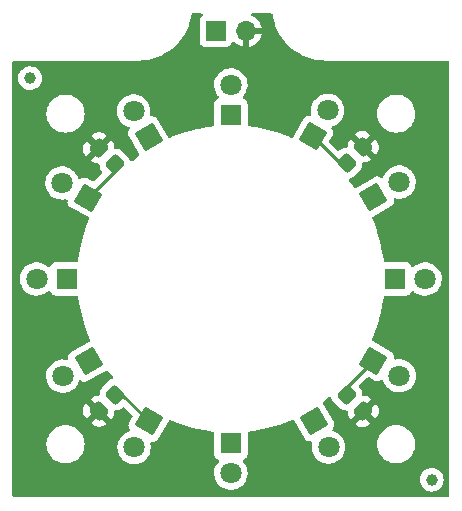
<source format=gbl>
%TF.GenerationSoftware,KiCad,Pcbnew,(6.0.1-0)*%
%TF.CreationDate,2022-03-28T18:36:01+02:00*%
%TF.ProjectId,Ring_Light_PCB,52696e67-5f4c-4696-9768-745f5043422e,1.0*%
%TF.SameCoordinates,Original*%
%TF.FileFunction,Copper,L2,Bot*%
%TF.FilePolarity,Positive*%
%FSLAX46Y46*%
G04 Gerber Fmt 4.6, Leading zero omitted, Abs format (unit mm)*
G04 Created by KiCad (PCBNEW (6.0.1-0)) date 2022-03-28 18:36:01*
%MOMM*%
%LPD*%
G01*
G04 APERTURE LIST*
G04 Aperture macros list*
%AMRoundRect*
0 Rectangle with rounded corners*
0 $1 Rounding radius*
0 $2 $3 $4 $5 $6 $7 $8 $9 X,Y pos of 4 corners*
0 Add a 4 corners polygon primitive as box body*
4,1,4,$2,$3,$4,$5,$6,$7,$8,$9,$2,$3,0*
0 Add four circle primitives for the rounded corners*
1,1,$1+$1,$2,$3*
1,1,$1+$1,$4,$5*
1,1,$1+$1,$6,$7*
1,1,$1+$1,$8,$9*
0 Add four rect primitives between the rounded corners*
20,1,$1+$1,$2,$3,$4,$5,0*
20,1,$1+$1,$4,$5,$6,$7,0*
20,1,$1+$1,$6,$7,$8,$9,0*
20,1,$1+$1,$8,$9,$2,$3,0*%
%AMRotRect*
0 Rectangle, with rotation*
0 The origin of the aperture is its center*
0 $1 length*
0 $2 width*
0 $3 Rotation angle, in degrees counterclockwise*
0 Add horizontal line*
21,1,$1,$2,0,0,$3*%
G04 Aperture macros list end*
%TA.AperFunction,ComponentPad*%
%ADD10R,1.700000X1.700000*%
%TD*%
%TA.AperFunction,ComponentPad*%
%ADD11O,1.700000X1.700000*%
%TD*%
%TA.AperFunction,ComponentPad*%
%ADD12RotRect,1.800000X1.800000X210.000000*%
%TD*%
%TA.AperFunction,ComponentPad*%
%ADD13C,1.800000*%
%TD*%
%TA.AperFunction,ComponentPad*%
%ADD14RotRect,1.800000X1.800000X330.000000*%
%TD*%
%TA.AperFunction,ComponentPad*%
%ADD15RotRect,1.800000X1.800000X240.000000*%
%TD*%
%TA.AperFunction,ComponentPad*%
%ADD16RotRect,1.800000X1.800000X300.000000*%
%TD*%
%TA.AperFunction,ComponentPad*%
%ADD17R,1.800000X1.800000*%
%TD*%
%TA.AperFunction,ComponentPad*%
%ADD18RotRect,1.800000X1.800000X120.000000*%
%TD*%
%TA.AperFunction,ComponentPad*%
%ADD19RotRect,1.800000X1.800000X150.000000*%
%TD*%
%TA.AperFunction,ComponentPad*%
%ADD20RotRect,1.800000X1.800000X60.000000*%
%TD*%
%TA.AperFunction,ComponentPad*%
%ADD21RotRect,1.800000X1.800000X30.000000*%
%TD*%
%TA.AperFunction,SMDPad,CuDef*%
%ADD22C,1.000000*%
%TD*%
%TA.AperFunction,SMDPad,CuDef*%
%ADD23RoundRect,0.250000X-0.565685X-0.070711X-0.070711X-0.565685X0.565685X0.070711X0.070711X0.565685X0*%
%TD*%
%TA.AperFunction,SMDPad,CuDef*%
%ADD24RoundRect,0.250000X0.070711X-0.565685X0.565685X-0.070711X-0.070711X0.565685X-0.565685X0.070711X0*%
%TD*%
%TA.AperFunction,SMDPad,CuDef*%
%ADD25RoundRect,0.250000X-0.070711X0.565685X-0.565685X0.070711X0.070711X-0.565685X0.565685X-0.070711X0*%
%TD*%
%TA.AperFunction,SMDPad,CuDef*%
%ADD26RoundRect,0.250000X0.565685X0.070711X0.070711X0.565685X-0.565685X-0.070711X-0.070711X-0.565685X0*%
%TD*%
%TA.AperFunction,Conductor*%
%ADD27C,0.250000*%
%TD*%
G04 APERTURE END LIST*
D10*
%TO.P,J1,1,Pin_1*%
%TO.N,/Vin*%
X129725000Y-68000000D03*
D11*
%TO.P,J1,2,Pin_2*%
%TO.N,/Vout*%
X132265000Y-68000000D03*
%TD*%
D12*
%TO.P,D11,1,K*%
%TO.N,Net-(D11-Pad1)*%
X118970000Y-95960000D03*
D13*
%TO.P,D11,2,A*%
%TO.N,/Vin*%
X116770295Y-97230000D03*
%TD*%
D14*
%TO.P,D1,1,K*%
%TO.N,Net-(D1-Pad1)*%
X143060000Y-95930000D03*
D13*
%TO.P,D1,2,A*%
%TO.N,Net-(D1-Pad2)*%
X145259705Y-97200000D03*
%TD*%
D15*
%TO.P,D4,1,K*%
%TO.N,Net-(D4-Pad1)*%
X124070000Y-101060000D03*
D13*
%TO.P,D4,2,A*%
%TO.N,Net-(D4-Pad2)*%
X122800000Y-103259705D03*
%TD*%
D16*
%TO.P,D12,1,K*%
%TO.N,Net-(D12-Pad1)*%
X138002500Y-101025818D03*
D13*
%TO.P,D12,2,A*%
%TO.N,/Vin*%
X139272500Y-103225523D03*
%TD*%
D17*
%TO.P,D5,1,K*%
%TO.N,Net-(D1-Pad2)*%
X144900000Y-89000000D03*
D13*
%TO.P,D5,2,A*%
%TO.N,Net-(D5-Pad2)*%
X147440000Y-89000000D03*
%TD*%
D17*
%TO.P,D8,1,K*%
%TO.N,Net-(D4-Pad2)*%
X131000000Y-102900000D03*
D13*
%TO.P,D8,2,A*%
%TO.N,Net-(D12-Pad1)*%
X131000000Y-105440000D03*
%TD*%
D18*
%TO.P,D10,1,K*%
%TO.N,Net-(D10-Pad1)*%
X124037500Y-76974182D03*
D13*
%TO.P,D10,2,A*%
%TO.N,/Vin*%
X122767500Y-74774477D03*
%TD*%
D17*
%TO.P,D6,1,K*%
%TO.N,Net-(D2-Pad2)*%
X131000000Y-75100000D03*
D13*
%TO.P,D6,2,A*%
%TO.N,Net-(D10-Pad1)*%
X131000000Y-72560000D03*
%TD*%
D19*
%TO.P,D3,1,K*%
%TO.N,Net-(D3-Pad1)*%
X118900000Y-82140000D03*
D13*
%TO.P,D3,2,A*%
%TO.N,Net-(D3-Pad2)*%
X116700295Y-80870000D03*
%TD*%
D20*
%TO.P,D2,1,K*%
%TO.N,Net-(D2-Pad1)*%
X137922500Y-76924182D03*
D13*
%TO.P,D2,2,A*%
%TO.N,Net-(D2-Pad2)*%
X139192500Y-74724477D03*
%TD*%
D21*
%TO.P,D9,1,K*%
%TO.N,Net-(D5-Pad2)*%
X143045818Y-82067500D03*
D13*
%TO.P,D9,2,A*%
%TO.N,/Vin*%
X145245523Y-80797500D03*
%TD*%
D17*
%TO.P,D7,1,K*%
%TO.N,Net-(D3-Pad2)*%
X117085000Y-89000000D03*
D13*
%TO.P,D7,2,A*%
%TO.N,Net-(D11-Pad1)*%
X114545000Y-89000000D03*
%TD*%
D22*
%TO.P,FID2,*%
%TO.N,*%
X114000000Y-72000000D03*
%TD*%
D23*
%TO.P,R3,1*%
%TO.N,/Vout*%
X119792893Y-77892893D03*
%TO.P,R3,2*%
%TO.N,Net-(D3-Pad1)*%
X121207107Y-79307107D03*
%TD*%
D24*
%TO.P,R4,1*%
%TO.N,/Vout*%
X119792893Y-100207107D03*
%TO.P,R4,2*%
%TO.N,Net-(D4-Pad1)*%
X121207107Y-98792893D03*
%TD*%
D22*
%TO.P,FID1,*%
%TO.N,*%
X148000000Y-106000000D03*
%TD*%
D25*
%TO.P,R2,1*%
%TO.N,/Vout*%
X142207107Y-77792893D03*
%TO.P,R2,2*%
%TO.N,Net-(D2-Pad1)*%
X140792893Y-79207107D03*
%TD*%
D26*
%TO.P,R1,1*%
%TO.N,/Vout*%
X142214214Y-100214214D03*
%TO.P,R1,2*%
%TO.N,Net-(D1-Pad1)*%
X140800000Y-98800000D03*
%TD*%
D27*
%TO.N,Net-(D1-Pad1)*%
X140800000Y-98800000D02*
X140800000Y-98190000D01*
X140800000Y-98190000D02*
X143060000Y-95930000D01*
%TO.N,Net-(D2-Pad1)*%
X140205425Y-79207107D02*
X140792893Y-79207107D01*
X137922500Y-76924182D02*
X140205425Y-79207107D01*
%TO.N,Net-(D3-Pad1)*%
X121207107Y-79307107D02*
X121207107Y-79832893D01*
X121207107Y-79832893D02*
X118900000Y-82140000D01*
%TO.N,Net-(D4-Pad1)*%
X121207107Y-98792893D02*
X121802893Y-98792893D01*
X121802893Y-98792893D02*
X124070000Y-101060000D01*
%TD*%
%TA.AperFunction,Conductor*%
%TO.N,/Vout*%
G36*
X128573562Y-66528002D02*
G01*
X128620055Y-66581658D01*
X128630159Y-66651932D01*
X128600665Y-66716512D01*
X128581006Y-66734826D01*
X128547952Y-66759599D01*
X128511739Y-66786739D01*
X128424385Y-66903295D01*
X128373255Y-67039684D01*
X128366500Y-67101866D01*
X128366500Y-68898134D01*
X128373255Y-68960316D01*
X128424385Y-69096705D01*
X128511739Y-69213261D01*
X128628295Y-69300615D01*
X128764684Y-69351745D01*
X128826866Y-69358500D01*
X130623134Y-69358500D01*
X130685316Y-69351745D01*
X130821705Y-69300615D01*
X130938261Y-69213261D01*
X131025615Y-69096705D01*
X131069798Y-68978848D01*
X131112440Y-68922084D01*
X131179001Y-68897384D01*
X131248350Y-68912592D01*
X131283017Y-68940580D01*
X131308218Y-68969673D01*
X131315580Y-68976883D01*
X131479434Y-69112916D01*
X131487881Y-69118831D01*
X131671756Y-69226279D01*
X131681042Y-69230729D01*
X131880001Y-69306703D01*
X131889899Y-69309579D01*
X131993250Y-69330606D01*
X132007299Y-69329410D01*
X132011000Y-69319065D01*
X132011000Y-69318517D01*
X132519000Y-69318517D01*
X132523064Y-69332359D01*
X132536478Y-69334393D01*
X132543184Y-69333534D01*
X132553262Y-69331392D01*
X132757255Y-69270191D01*
X132766842Y-69266433D01*
X132958095Y-69172739D01*
X132966945Y-69167464D01*
X133140328Y-69043792D01*
X133148200Y-69037139D01*
X133299052Y-68886812D01*
X133305730Y-68878965D01*
X133430003Y-68706020D01*
X133435313Y-68697183D01*
X133529670Y-68506267D01*
X133533469Y-68496672D01*
X133595377Y-68292910D01*
X133597555Y-68282837D01*
X133598986Y-68271962D01*
X133596775Y-68257778D01*
X133583617Y-68254000D01*
X132537115Y-68254000D01*
X132521876Y-68258475D01*
X132520671Y-68259865D01*
X132519000Y-68267548D01*
X132519000Y-69318517D01*
X132011000Y-69318517D01*
X132011000Y-67872000D01*
X132031002Y-67803879D01*
X132084658Y-67757386D01*
X132137000Y-67746000D01*
X133583344Y-67746000D01*
X133596875Y-67742027D01*
X133598180Y-67732947D01*
X133556214Y-67565875D01*
X133552894Y-67556124D01*
X133467972Y-67360814D01*
X133463105Y-67351739D01*
X133347426Y-67172926D01*
X133341136Y-67164757D01*
X133197806Y-67007240D01*
X133190273Y-67000215D01*
X133023139Y-66868222D01*
X133014552Y-66862517D01*
X132828117Y-66759599D01*
X132818702Y-66755367D01*
X132811376Y-66752773D01*
X132753839Y-66711179D01*
X132727923Y-66645082D01*
X132741856Y-66575466D01*
X132791215Y-66524434D01*
X132853435Y-66508000D01*
X134409481Y-66508000D01*
X134477602Y-66528002D01*
X134524095Y-66581658D01*
X134534403Y-66617554D01*
X134553104Y-66759599D01*
X134556257Y-66783552D01*
X134641458Y-67167868D01*
X134642286Y-67170493D01*
X134642287Y-67170498D01*
X134702294Y-67360814D01*
X134759830Y-67543296D01*
X134910472Y-67906978D01*
X135092238Y-68256148D01*
X135303744Y-68588146D01*
X135394192Y-68706020D01*
X135541031Y-68897384D01*
X135543381Y-68900447D01*
X135809326Y-69190674D01*
X136099553Y-69456619D01*
X136101725Y-69458286D01*
X136101729Y-69458289D01*
X136158696Y-69502001D01*
X136411854Y-69696256D01*
X136743853Y-69907762D01*
X137093022Y-70089528D01*
X137456704Y-70240170D01*
X137459324Y-70240996D01*
X137459332Y-70240999D01*
X137829502Y-70357713D01*
X137829507Y-70357714D01*
X137832132Y-70358542D01*
X138216448Y-70443743D01*
X138219167Y-70444101D01*
X138219173Y-70444102D01*
X138365531Y-70463370D01*
X138606728Y-70495124D01*
X138609477Y-70495244D01*
X138609488Y-70495245D01*
X138830522Y-70504895D01*
X138969085Y-70510946D01*
X138977809Y-70511866D01*
X138977812Y-70511829D01*
X138982661Y-70512264D01*
X138987461Y-70513071D01*
X138993915Y-70513150D01*
X138995141Y-70513165D01*
X138995145Y-70513165D01*
X139000000Y-70513224D01*
X139027588Y-70509273D01*
X139045451Y-70508000D01*
X149366000Y-70508000D01*
X149434121Y-70528002D01*
X149480614Y-70581658D01*
X149492000Y-70634000D01*
X149492000Y-107366000D01*
X149471998Y-107434121D01*
X149418342Y-107480614D01*
X149366000Y-107492000D01*
X112634000Y-107492000D01*
X112565879Y-107471998D01*
X112519386Y-107418342D01*
X112508000Y-107366000D01*
X112508000Y-103000000D01*
X115386526Y-103000000D01*
X115406391Y-103252403D01*
X115407545Y-103257210D01*
X115407546Y-103257216D01*
X115445179Y-103413968D01*
X115465495Y-103498591D01*
X115467388Y-103503162D01*
X115467389Y-103503164D01*
X115543592Y-103687133D01*
X115562384Y-103732502D01*
X115694672Y-103948376D01*
X115859102Y-104140898D01*
X116051624Y-104305328D01*
X116267498Y-104437616D01*
X116272068Y-104439509D01*
X116272072Y-104439511D01*
X116496836Y-104532611D01*
X116501409Y-104534505D01*
X116568300Y-104550564D01*
X116742784Y-104592454D01*
X116742790Y-104592455D01*
X116747597Y-104593609D01*
X116847416Y-104601465D01*
X116934345Y-104608307D01*
X116934352Y-104608307D01*
X116936801Y-104608500D01*
X117063199Y-104608500D01*
X117065648Y-104608307D01*
X117065655Y-104608307D01*
X117152584Y-104601465D01*
X117252403Y-104593609D01*
X117257210Y-104592455D01*
X117257216Y-104592454D01*
X117431700Y-104550564D01*
X117498591Y-104534505D01*
X117503164Y-104532611D01*
X117727928Y-104439511D01*
X117727932Y-104439509D01*
X117732502Y-104437616D01*
X117948376Y-104305328D01*
X118140898Y-104140898D01*
X118305328Y-103948376D01*
X118437616Y-103732502D01*
X118456409Y-103687133D01*
X118532611Y-103503164D01*
X118532612Y-103503162D01*
X118534505Y-103498591D01*
X118554821Y-103413968D01*
X118592454Y-103257216D01*
X118592455Y-103257210D01*
X118593609Y-103252403D01*
X118613474Y-103000000D01*
X118593609Y-102747597D01*
X118588997Y-102728383D01*
X118546453Y-102551176D01*
X118534505Y-102501409D01*
X118480185Y-102370269D01*
X118439511Y-102272072D01*
X118439509Y-102272068D01*
X118437616Y-102267498D01*
X118305328Y-102051624D01*
X118140898Y-101859102D01*
X118133699Y-101852953D01*
X118035155Y-101768789D01*
X117948376Y-101694672D01*
X117732502Y-101562384D01*
X117727932Y-101560491D01*
X117727928Y-101560489D01*
X117503164Y-101467389D01*
X117503162Y-101467388D01*
X117498591Y-101465495D01*
X117413968Y-101445179D01*
X117257216Y-101407546D01*
X117257210Y-101407545D01*
X117252403Y-101406391D01*
X117152584Y-101398535D01*
X117065655Y-101391693D01*
X117065648Y-101391693D01*
X117063199Y-101391500D01*
X116936801Y-101391500D01*
X116934352Y-101391693D01*
X116934345Y-101391693D01*
X116847416Y-101398535D01*
X116747597Y-101406391D01*
X116742790Y-101407545D01*
X116742784Y-101407546D01*
X116586032Y-101445179D01*
X116501409Y-101465495D01*
X116496838Y-101467388D01*
X116496836Y-101467389D01*
X116272072Y-101560489D01*
X116272068Y-101560491D01*
X116267498Y-101562384D01*
X116051624Y-101694672D01*
X115964845Y-101768789D01*
X115866302Y-101852953D01*
X115859102Y-101859102D01*
X115694672Y-102051624D01*
X115562384Y-102267498D01*
X115560491Y-102272068D01*
X115560489Y-102272072D01*
X115519815Y-102370269D01*
X115465495Y-102501409D01*
X115453547Y-102551176D01*
X115411004Y-102728383D01*
X115406391Y-102747597D01*
X115386526Y-103000000D01*
X112508000Y-103000000D01*
X112508000Y-101171316D01*
X119194222Y-101171316D01*
X119194354Y-101173152D01*
X119198603Y-101179764D01*
X119360919Y-101342080D01*
X119365763Y-101346448D01*
X119440372Y-101407030D01*
X119451889Y-101414457D01*
X119597295Y-101487113D01*
X119610963Y-101492060D01*
X119768764Y-101529216D01*
X119783207Y-101530888D01*
X119945325Y-101530747D01*
X119959761Y-101529051D01*
X120117498Y-101491618D01*
X120131162Y-101486645D01*
X120276446Y-101413734D01*
X120287931Y-101406303D01*
X120361486Y-101346421D01*
X120366257Y-101342113D01*
X120454661Y-101253709D01*
X120462275Y-101239765D01*
X120462144Y-101237932D01*
X120457893Y-101231317D01*
X119805705Y-100579129D01*
X119791761Y-100571515D01*
X119789928Y-100571646D01*
X119783313Y-100575897D01*
X119201833Y-101157378D01*
X119194222Y-101171316D01*
X112508000Y-101171316D01*
X112508000Y-100056001D01*
X118469112Y-100056001D01*
X118469253Y-100218118D01*
X118470949Y-100232554D01*
X118508382Y-100390291D01*
X118513355Y-100403955D01*
X118586267Y-100549241D01*
X118593696Y-100560724D01*
X118653576Y-100634274D01*
X118657886Y-100639048D01*
X118817006Y-100798167D01*
X118830944Y-100805778D01*
X118832780Y-100805646D01*
X118839392Y-100801397D01*
X119420872Y-100219918D01*
X119428485Y-100205975D01*
X119428354Y-100204141D01*
X119424103Y-100197527D01*
X118771915Y-99545339D01*
X118757971Y-99537725D01*
X118756138Y-99537856D01*
X118749524Y-99542106D01*
X118657910Y-99633721D01*
X118653562Y-99638544D01*
X118592965Y-99713171D01*
X118585543Y-99724682D01*
X118512889Y-99870083D01*
X118507939Y-99883757D01*
X118470784Y-100041556D01*
X118469112Y-100056001D01*
X112508000Y-100056001D01*
X112508000Y-88965469D01*
X113132095Y-88965469D01*
X113132392Y-88970622D01*
X113132392Y-88970625D01*
X113138067Y-89069041D01*
X113145427Y-89196697D01*
X113146564Y-89201743D01*
X113146565Y-89201749D01*
X113176558Y-89334836D01*
X113196346Y-89422642D01*
X113198288Y-89427424D01*
X113198289Y-89427428D01*
X113281540Y-89632450D01*
X113283484Y-89637237D01*
X113404501Y-89834719D01*
X113556147Y-90009784D01*
X113734349Y-90157730D01*
X113934322Y-90274584D01*
X114150694Y-90357209D01*
X114155760Y-90358240D01*
X114155761Y-90358240D01*
X114208846Y-90369040D01*
X114377656Y-90403385D01*
X114507089Y-90408131D01*
X114603949Y-90411683D01*
X114603953Y-90411683D01*
X114609113Y-90411872D01*
X114614233Y-90411216D01*
X114614235Y-90411216D01*
X114688166Y-90401745D01*
X114838847Y-90382442D01*
X114843795Y-90380957D01*
X114843802Y-90380956D01*
X115055747Y-90317369D01*
X115060690Y-90315886D01*
X115141236Y-90276427D01*
X115264049Y-90216262D01*
X115264052Y-90216260D01*
X115268684Y-90213991D01*
X115457243Y-90079494D01*
X115502309Y-90034585D01*
X115564681Y-90000669D01*
X115635487Y-90005857D01*
X115692249Y-90048503D01*
X115709231Y-90079607D01*
X115734385Y-90146705D01*
X115821739Y-90263261D01*
X115938295Y-90350615D01*
X116074684Y-90401745D01*
X116136866Y-90408500D01*
X117954342Y-90408500D01*
X118022463Y-90428502D01*
X118068956Y-90482158D01*
X118079249Y-90517942D01*
X118150842Y-91058102D01*
X118280945Y-91749957D01*
X118281346Y-91751598D01*
X118281350Y-91751614D01*
X118447862Y-92432094D01*
X118448271Y-92433764D01*
X118652332Y-93107522D01*
X118699185Y-93236599D01*
X118891949Y-93767657D01*
X118891955Y-93767673D01*
X118892531Y-93769259D01*
X118893193Y-93770814D01*
X118893197Y-93770825D01*
X119056898Y-94155547D01*
X119065164Y-94226061D01*
X119033996Y-94289850D01*
X119003957Y-94313999D01*
X117444642Y-95214270D01*
X117394168Y-95251211D01*
X117301617Y-95363686D01*
X117244353Y-95497614D01*
X117226981Y-95642232D01*
X117228455Y-95651088D01*
X117228455Y-95651091D01*
X117238569Y-95711857D01*
X117230023Y-95782337D01*
X117184728Y-95837008D01*
X117117067Y-95858512D01*
X117092183Y-95856590D01*
X116908390Y-95823851D01*
X116908384Y-95823850D01*
X116903301Y-95822945D01*
X116830391Y-95822054D01*
X116676876Y-95820179D01*
X116676874Y-95820179D01*
X116671706Y-95820116D01*
X116442759Y-95855150D01*
X116222609Y-95927106D01*
X116218021Y-95929494D01*
X116218017Y-95929496D01*
X116021756Y-96031663D01*
X116017167Y-96034052D01*
X116013034Y-96037155D01*
X116013031Y-96037157D01*
X115845218Y-96163155D01*
X115831950Y-96173117D01*
X115828378Y-96176855D01*
X115678362Y-96333838D01*
X115671934Y-96340564D01*
X115541414Y-96531899D01*
X115443897Y-96741981D01*
X115382002Y-96965169D01*
X115357390Y-97195469D01*
X115357687Y-97200622D01*
X115357687Y-97200625D01*
X115367128Y-97364360D01*
X115370722Y-97426697D01*
X115371859Y-97431743D01*
X115371860Y-97431749D01*
X115390144Y-97512880D01*
X115421641Y-97652642D01*
X115423583Y-97657424D01*
X115423584Y-97657428D01*
X115506835Y-97862450D01*
X115508779Y-97867237D01*
X115629796Y-98064719D01*
X115781442Y-98239784D01*
X115959644Y-98387730D01*
X116159617Y-98504584D01*
X116375989Y-98587209D01*
X116381055Y-98588240D01*
X116381056Y-98588240D01*
X116434141Y-98599040D01*
X116602951Y-98633385D01*
X116733619Y-98638176D01*
X116829244Y-98641683D01*
X116829248Y-98641683D01*
X116834408Y-98641872D01*
X116839528Y-98641216D01*
X116839530Y-98641216D01*
X116912565Y-98631860D01*
X117064142Y-98612442D01*
X117069090Y-98610957D01*
X117069097Y-98610956D01*
X117281042Y-98547369D01*
X117285985Y-98545886D01*
X117347223Y-98515886D01*
X117489344Y-98446262D01*
X117489347Y-98446260D01*
X117493979Y-98443991D01*
X117682538Y-98309494D01*
X117846598Y-98146005D01*
X117981753Y-97957917D01*
X118028936Y-97862450D01*
X118082079Y-97754922D01*
X118082080Y-97754920D01*
X118084373Y-97750280D01*
X118116995Y-97642909D01*
X118155935Y-97583546D01*
X118220789Y-97554658D01*
X118290965Y-97565419D01*
X118317614Y-97582243D01*
X118373686Y-97628383D01*
X118507614Y-97685647D01*
X118652232Y-97703019D01*
X118661088Y-97701545D01*
X118661090Y-97701545D01*
X118788123Y-97680402D01*
X118788126Y-97680401D01*
X118795913Y-97679105D01*
X118853142Y-97653864D01*
X120045997Y-96965169D01*
X120412158Y-96753766D01*
X120481153Y-96737028D01*
X120548245Y-96760248D01*
X120577800Y-96789806D01*
X120606414Y-96829995D01*
X120606428Y-96830014D01*
X120607403Y-96831383D01*
X120608444Y-96832689D01*
X120608452Y-96832700D01*
X120980756Y-97299913D01*
X121007566Y-97365653D01*
X120994578Y-97435452D01*
X120945916Y-97487148D01*
X120911315Y-97501029D01*
X120875207Y-97509598D01*
X120717127Y-97588932D01*
X120711794Y-97593274D01*
X120711792Y-97593275D01*
X120638188Y-97653198D01*
X120638182Y-97653204D01*
X120635694Y-97655229D01*
X120069443Y-98221480D01*
X120067397Y-98224000D01*
X120006757Y-98298680D01*
X120006755Y-98298683D01*
X120002415Y-98304028D01*
X119923357Y-98462247D01*
X119921679Y-98469373D01*
X119921678Y-98469376D01*
X119887837Y-98613099D01*
X119882819Y-98634409D01*
X119882825Y-98641725D01*
X119882825Y-98641728D01*
X119882926Y-98757256D01*
X119862983Y-98825394D01*
X119809368Y-98871934D01*
X119757035Y-98883366D01*
X119640461Y-98883467D01*
X119626025Y-98885163D01*
X119468288Y-98922596D01*
X119454624Y-98927569D01*
X119309340Y-99000480D01*
X119297855Y-99007911D01*
X119224300Y-99067793D01*
X119219529Y-99072101D01*
X119131125Y-99160505D01*
X119123511Y-99174449D01*
X119123642Y-99176282D01*
X119127893Y-99182897D01*
X120813871Y-100868875D01*
X120827815Y-100876489D01*
X120829648Y-100876358D01*
X120836262Y-100872108D01*
X120927876Y-100780493D01*
X120932224Y-100775670D01*
X120992821Y-100701043D01*
X121000243Y-100689532D01*
X121072897Y-100544131D01*
X121077847Y-100530457D01*
X121115002Y-100372658D01*
X121116674Y-100358213D01*
X121116574Y-100243244D01*
X121136517Y-100175106D01*
X121190132Y-100128567D01*
X121242463Y-100117135D01*
X121366915Y-100117027D01*
X121452961Y-100096608D01*
X121531886Y-100077878D01*
X121531887Y-100077878D01*
X121539007Y-100076188D01*
X121567713Y-100061782D01*
X121690938Y-99999940D01*
X121697087Y-99996854D01*
X121778520Y-99930557D01*
X121780787Y-99928290D01*
X121780797Y-99928281D01*
X121822492Y-99886586D01*
X121884804Y-99852560D01*
X121955619Y-99857625D01*
X122000682Y-99886586D01*
X122642618Y-100528522D01*
X122676644Y-100590834D01*
X122671579Y-100661649D01*
X122662645Y-100680611D01*
X122376136Y-101176858D01*
X122350895Y-101234087D01*
X122349599Y-101241874D01*
X122349598Y-101241877D01*
X122330719Y-101355308D01*
X122326981Y-101377768D01*
X122344353Y-101522386D01*
X122401617Y-101656314D01*
X122447580Y-101712172D01*
X122475418Y-101777480D01*
X122463527Y-101847474D01*
X122415683Y-101899928D01*
X122389429Y-101911995D01*
X122252314Y-101956811D01*
X122247726Y-101959199D01*
X122247722Y-101959201D01*
X122081294Y-102045838D01*
X122046872Y-102063757D01*
X122042739Y-102066860D01*
X122042736Y-102066862D01*
X121880493Y-102188678D01*
X121861655Y-102202822D01*
X121701639Y-102370269D01*
X121571119Y-102561604D01*
X121473602Y-102771686D01*
X121411707Y-102994874D01*
X121387095Y-103225174D01*
X121387392Y-103230327D01*
X121387392Y-103230330D01*
X121393067Y-103328746D01*
X121400427Y-103456402D01*
X121401564Y-103461448D01*
X121401565Y-103461454D01*
X121433741Y-103604228D01*
X121451346Y-103682347D01*
X121453288Y-103687129D01*
X121453289Y-103687133D01*
X121522660Y-103857973D01*
X121538484Y-103896942D01*
X121659501Y-104094424D01*
X121811147Y-104269489D01*
X121989349Y-104417435D01*
X122189322Y-104534289D01*
X122194147Y-104536131D01*
X122194148Y-104536132D01*
X122268665Y-104564588D01*
X122405694Y-104616914D01*
X122410760Y-104617945D01*
X122410761Y-104617945D01*
X122459584Y-104627878D01*
X122632656Y-104663090D01*
X122763324Y-104667881D01*
X122858949Y-104671388D01*
X122858953Y-104671388D01*
X122864113Y-104671577D01*
X122869233Y-104670921D01*
X122869235Y-104670921D01*
X122942270Y-104661565D01*
X123093847Y-104642147D01*
X123098795Y-104640662D01*
X123098802Y-104640661D01*
X123310747Y-104577074D01*
X123315690Y-104575591D01*
X123320324Y-104573321D01*
X123519049Y-104475967D01*
X123519052Y-104475965D01*
X123523684Y-104473696D01*
X123712243Y-104339199D01*
X123876303Y-104175710D01*
X124011458Y-103987622D01*
X124026277Y-103957639D01*
X124111784Y-103784627D01*
X124111785Y-103784625D01*
X124114078Y-103779985D01*
X124181408Y-103558376D01*
X124211640Y-103328746D01*
X124213327Y-103259705D01*
X124207032Y-103183139D01*
X124194773Y-103034023D01*
X124194772Y-103034017D01*
X124194349Y-103028872D01*
X124173567Y-102946135D01*
X124176371Y-102875194D01*
X124217084Y-102817031D01*
X124282780Y-102790112D01*
X124316456Y-102791150D01*
X124346976Y-102796230D01*
X124378910Y-102801545D01*
X124378912Y-102801545D01*
X124387768Y-102803019D01*
X124532386Y-102785647D01*
X124666314Y-102728383D01*
X124724443Y-102680551D01*
X124772684Y-102640856D01*
X124772686Y-102640854D01*
X124778789Y-102635832D01*
X124815730Y-102585358D01*
X125723854Y-101012441D01*
X125775236Y-100963448D01*
X125844950Y-100950012D01*
X125883316Y-100959935D01*
X126003785Y-101012441D01*
X126125267Y-101065389D01*
X126126854Y-101065981D01*
X126126862Y-101065984D01*
X126258585Y-101115102D01*
X126784882Y-101311353D01*
X127456833Y-101521286D01*
X128139154Y-101694573D01*
X128140801Y-101694898D01*
X128140816Y-101694901D01*
X128828178Y-101830379D01*
X128828183Y-101830380D01*
X128829848Y-101830708D01*
X129197711Y-101882735D01*
X129483145Y-101923105D01*
X129547793Y-101952449D01*
X129586314Y-102012087D01*
X129591500Y-102047863D01*
X129591500Y-103848134D01*
X129598255Y-103910316D01*
X129649385Y-104046705D01*
X129736739Y-104163261D01*
X129853295Y-104250615D01*
X129861704Y-104253767D01*
X129861705Y-104253768D01*
X129921164Y-104276058D01*
X129977929Y-104318699D01*
X130002629Y-104385261D01*
X129987422Y-104454609D01*
X129968029Y-104481091D01*
X129908971Y-104542892D01*
X129901639Y-104550564D01*
X129898725Y-104554836D01*
X129898724Y-104554837D01*
X129872276Y-104593609D01*
X129771119Y-104741899D01*
X129673602Y-104951981D01*
X129611707Y-105175169D01*
X129587095Y-105405469D01*
X129587392Y-105410622D01*
X129587392Y-105410625D01*
X129598971Y-105611452D01*
X129600427Y-105636697D01*
X129601564Y-105641743D01*
X129601565Y-105641749D01*
X129633741Y-105784523D01*
X129651346Y-105862642D01*
X129653288Y-105867424D01*
X129653289Y-105867428D01*
X129736540Y-106072450D01*
X129738484Y-106077237D01*
X129859501Y-106274719D01*
X130011147Y-106449784D01*
X130189349Y-106597730D01*
X130389322Y-106714584D01*
X130394147Y-106716426D01*
X130394148Y-106716427D01*
X130434482Y-106731829D01*
X130605694Y-106797209D01*
X130610760Y-106798240D01*
X130610761Y-106798240D01*
X130663846Y-106809040D01*
X130832656Y-106843385D01*
X130963324Y-106848176D01*
X131058949Y-106851683D01*
X131058953Y-106851683D01*
X131064113Y-106851872D01*
X131069233Y-106851216D01*
X131069235Y-106851216D01*
X131142270Y-106841860D01*
X131293847Y-106822442D01*
X131298795Y-106820957D01*
X131298802Y-106820956D01*
X131510747Y-106757369D01*
X131515690Y-106755886D01*
X131572531Y-106728040D01*
X131719049Y-106656262D01*
X131719052Y-106656260D01*
X131723684Y-106653991D01*
X131912243Y-106519494D01*
X132076303Y-106356005D01*
X132211458Y-106167917D01*
X132258641Y-106072450D01*
X132301385Y-105985963D01*
X146994757Y-105985963D01*
X147011175Y-106181483D01*
X147065258Y-106370091D01*
X147068076Y-106375574D01*
X147152123Y-106539113D01*
X147152126Y-106539117D01*
X147154944Y-106544601D01*
X147276818Y-106698369D01*
X147281511Y-106702363D01*
X147281512Y-106702364D01*
X147420858Y-106820956D01*
X147426238Y-106825535D01*
X147431616Y-106828541D01*
X147431618Y-106828542D01*
X147511876Y-106873396D01*
X147597513Y-106921257D01*
X147784118Y-106981889D01*
X147978946Y-107005121D01*
X147985081Y-107004649D01*
X147985083Y-107004649D01*
X148168434Y-106990541D01*
X148168438Y-106990540D01*
X148174576Y-106990068D01*
X148363556Y-106937303D01*
X148538689Y-106848837D01*
X148545426Y-106843574D01*
X148655763Y-106757369D01*
X148693303Y-106728040D01*
X148723084Y-106693539D01*
X148817485Y-106584173D01*
X148817485Y-106584172D01*
X148821509Y-106579511D01*
X148853901Y-106522492D01*
X148893329Y-106453086D01*
X148918425Y-106408909D01*
X148980358Y-106222732D01*
X149004949Y-106028071D01*
X149005341Y-106000000D01*
X148986194Y-105804728D01*
X148984413Y-105798829D01*
X148984412Y-105798824D01*
X148931265Y-105622793D01*
X148929484Y-105616894D01*
X148837370Y-105443653D01*
X148713361Y-105291602D01*
X148562180Y-105166535D01*
X148389585Y-105073213D01*
X148295869Y-105044203D01*
X148208039Y-105017015D01*
X148208036Y-105017014D01*
X148202152Y-105015193D01*
X148196027Y-105014549D01*
X148196026Y-105014549D01*
X148013147Y-104995327D01*
X148013146Y-104995327D01*
X148007019Y-104994683D01*
X147884383Y-105005844D01*
X147817759Y-105011907D01*
X147817758Y-105011907D01*
X147811618Y-105012466D01*
X147805704Y-105014207D01*
X147805702Y-105014207D01*
X147676734Y-105052165D01*
X147623393Y-105067864D01*
X147617928Y-105070721D01*
X147454972Y-105155912D01*
X147454968Y-105155915D01*
X147449512Y-105158767D01*
X147444712Y-105162627D01*
X147444711Y-105162627D01*
X147429112Y-105175169D01*
X147296600Y-105281711D01*
X147170480Y-105432016D01*
X147167516Y-105437408D01*
X147167513Y-105437412D01*
X147128135Y-105509041D01*
X147075956Y-105603954D01*
X147074095Y-105609821D01*
X147074094Y-105609823D01*
X147046292Y-105697466D01*
X147016628Y-105790978D01*
X146994757Y-105985963D01*
X132301385Y-105985963D01*
X132311784Y-105964922D01*
X132311785Y-105964920D01*
X132314078Y-105960280D01*
X132381408Y-105738671D01*
X132411640Y-105509041D01*
X132413327Y-105440000D01*
X132401519Y-105296376D01*
X132394773Y-105214318D01*
X132394772Y-105214312D01*
X132394349Y-105209167D01*
X132345626Y-105015193D01*
X132339184Y-104989544D01*
X132339183Y-104989540D01*
X132337925Y-104984533D01*
X132335866Y-104979797D01*
X132247630Y-104776868D01*
X132247628Y-104776865D01*
X132245570Y-104772131D01*
X132119764Y-104577665D01*
X132116282Y-104573838D01*
X132029848Y-104478848D01*
X131998796Y-104415002D01*
X132007192Y-104344504D01*
X132052369Y-104289736D01*
X132078812Y-104276067D01*
X132138297Y-104253767D01*
X132146705Y-104250615D01*
X132263261Y-104163261D01*
X132350615Y-104046705D01*
X132401745Y-103910316D01*
X132408500Y-103848134D01*
X132408500Y-102045338D01*
X132428502Y-101977217D01*
X132482158Y-101930724D01*
X132518162Y-101920402D01*
X132674735Y-101899928D01*
X133033969Y-101852953D01*
X133033980Y-101852951D01*
X133035672Y-101852730D01*
X133155684Y-101830379D01*
X133726079Y-101724148D01*
X133726081Y-101724148D01*
X133727754Y-101723836D01*
X134411852Y-101557703D01*
X134748908Y-101456261D01*
X135084338Y-101355308D01*
X135084349Y-101355304D01*
X135085965Y-101354818D01*
X135355307Y-101257583D01*
X135746529Y-101116349D01*
X135746549Y-101116341D01*
X135748120Y-101115774D01*
X135749669Y-101115118D01*
X135749710Y-101115102D01*
X136191909Y-100927854D01*
X136262437Y-100919710D01*
X136326172Y-100950990D01*
X136350159Y-100980880D01*
X137256770Y-102551176D01*
X137293711Y-102601650D01*
X137299814Y-102606672D01*
X137299816Y-102606674D01*
X137341357Y-102640856D01*
X137406186Y-102694201D01*
X137414443Y-102697732D01*
X137414444Y-102697732D01*
X137449472Y-102712709D01*
X137540114Y-102751465D01*
X137684732Y-102768837D01*
X137693588Y-102767363D01*
X137693590Y-102767363D01*
X137723190Y-102762436D01*
X137754733Y-102757186D01*
X137825212Y-102765732D01*
X137879884Y-102811026D01*
X137901388Y-102878688D01*
X137896837Y-102915147D01*
X137888244Y-102946135D01*
X137884207Y-102960692D01*
X137859595Y-103190992D01*
X137859892Y-103196145D01*
X137859892Y-103196148D01*
X137867729Y-103332064D01*
X137872927Y-103422220D01*
X137874064Y-103427266D01*
X137874065Y-103427272D01*
X137902456Y-103553249D01*
X137923846Y-103648165D01*
X137925788Y-103652947D01*
X137925789Y-103652951D01*
X137979257Y-103784627D01*
X138010984Y-103862760D01*
X138063710Y-103948801D01*
X138123706Y-104046705D01*
X138132001Y-104060242D01*
X138283647Y-104235307D01*
X138461849Y-104383253D01*
X138661822Y-104500107D01*
X138878194Y-104582732D01*
X138883260Y-104583763D01*
X138883261Y-104583763D01*
X138925979Y-104592454D01*
X139105156Y-104628908D01*
X139235824Y-104633699D01*
X139331449Y-104637206D01*
X139331453Y-104637206D01*
X139336613Y-104637395D01*
X139341733Y-104636739D01*
X139341735Y-104636739D01*
X139414770Y-104627383D01*
X139566347Y-104607965D01*
X139571295Y-104606480D01*
X139571302Y-104606479D01*
X139783247Y-104542892D01*
X139788190Y-104541409D01*
X139798962Y-104536132D01*
X139991549Y-104441785D01*
X139991552Y-104441783D01*
X139996184Y-104439514D01*
X140184743Y-104305017D01*
X140348803Y-104141528D01*
X140483958Y-103953440D01*
X140488544Y-103944162D01*
X140584284Y-103750445D01*
X140584285Y-103750443D01*
X140586578Y-103745803D01*
X140653908Y-103524194D01*
X140684140Y-103294564D01*
X140685827Y-103225523D01*
X140670083Y-103034023D01*
X140667286Y-103000000D01*
X143386526Y-103000000D01*
X143406391Y-103252403D01*
X143407545Y-103257210D01*
X143407546Y-103257216D01*
X143445179Y-103413968D01*
X143465495Y-103498591D01*
X143467388Y-103503162D01*
X143467389Y-103503164D01*
X143543592Y-103687133D01*
X143562384Y-103732502D01*
X143694672Y-103948376D01*
X143859102Y-104140898D01*
X144051624Y-104305328D01*
X144267498Y-104437616D01*
X144272068Y-104439509D01*
X144272072Y-104439511D01*
X144496836Y-104532611D01*
X144501409Y-104534505D01*
X144568300Y-104550564D01*
X144742784Y-104592454D01*
X144742790Y-104592455D01*
X144747597Y-104593609D01*
X144847416Y-104601465D01*
X144934345Y-104608307D01*
X144934352Y-104608307D01*
X144936801Y-104608500D01*
X145063199Y-104608500D01*
X145065648Y-104608307D01*
X145065655Y-104608307D01*
X145152584Y-104601465D01*
X145252403Y-104593609D01*
X145257210Y-104592455D01*
X145257216Y-104592454D01*
X145431700Y-104550564D01*
X145498591Y-104534505D01*
X145503164Y-104532611D01*
X145727928Y-104439511D01*
X145727932Y-104439509D01*
X145732502Y-104437616D01*
X145948376Y-104305328D01*
X146140898Y-104140898D01*
X146305328Y-103948376D01*
X146437616Y-103732502D01*
X146456409Y-103687133D01*
X146532611Y-103503164D01*
X146532612Y-103503162D01*
X146534505Y-103498591D01*
X146554821Y-103413968D01*
X146592454Y-103257216D01*
X146592455Y-103257210D01*
X146593609Y-103252403D01*
X146613474Y-103000000D01*
X146593609Y-102747597D01*
X146588997Y-102728383D01*
X146546453Y-102551176D01*
X146534505Y-102501409D01*
X146480185Y-102370269D01*
X146439511Y-102272072D01*
X146439509Y-102272068D01*
X146437616Y-102267498D01*
X146305328Y-102051624D01*
X146140898Y-101859102D01*
X146133699Y-101852953D01*
X146035155Y-101768789D01*
X145948376Y-101694672D01*
X145732502Y-101562384D01*
X145727932Y-101560491D01*
X145727928Y-101560489D01*
X145503164Y-101467389D01*
X145503162Y-101467388D01*
X145498591Y-101465495D01*
X145413968Y-101445179D01*
X145257216Y-101407546D01*
X145257210Y-101407545D01*
X145252403Y-101406391D01*
X145152584Y-101398535D01*
X145065655Y-101391693D01*
X145065648Y-101391693D01*
X145063199Y-101391500D01*
X144936801Y-101391500D01*
X144934352Y-101391693D01*
X144934345Y-101391693D01*
X144847416Y-101398535D01*
X144747597Y-101406391D01*
X144742790Y-101407545D01*
X144742784Y-101407546D01*
X144586032Y-101445179D01*
X144501409Y-101465495D01*
X144496838Y-101467388D01*
X144496836Y-101467389D01*
X144272072Y-101560489D01*
X144272068Y-101560491D01*
X144267498Y-101562384D01*
X144051624Y-101694672D01*
X143964845Y-101768789D01*
X143866302Y-101852953D01*
X143859102Y-101859102D01*
X143694672Y-102051624D01*
X143562384Y-102267498D01*
X143560491Y-102272068D01*
X143560489Y-102272072D01*
X143519815Y-102370269D01*
X143465495Y-102501409D01*
X143453547Y-102551176D01*
X143411004Y-102728383D01*
X143406391Y-102747597D01*
X143386526Y-103000000D01*
X140667286Y-103000000D01*
X140667273Y-102999841D01*
X140667272Y-102999835D01*
X140666849Y-102994690D01*
X140618436Y-102801948D01*
X140611684Y-102775067D01*
X140611683Y-102775063D01*
X140610425Y-102770056D01*
X140602805Y-102752531D01*
X140520130Y-102562391D01*
X140520128Y-102562388D01*
X140518070Y-102557654D01*
X140392264Y-102363188D01*
X140236387Y-102191881D01*
X140232336Y-102188682D01*
X140232332Y-102188678D01*
X140058677Y-102051534D01*
X140058672Y-102051531D01*
X140054623Y-102048333D01*
X140050107Y-102045840D01*
X140050104Y-102045838D01*
X139856379Y-101938896D01*
X139856375Y-101938894D01*
X139851855Y-101936399D01*
X139846986Y-101934675D01*
X139846982Y-101934673D01*
X139680936Y-101875873D01*
X139623400Y-101834279D01*
X139597484Y-101768181D01*
X139611418Y-101698565D01*
X139625696Y-101677047D01*
X139670883Y-101622132D01*
X139728147Y-101488204D01*
X139745519Y-101343586D01*
X139740240Y-101311867D01*
X139729799Y-101249136D01*
X141544832Y-101249136D01*
X141544963Y-101250969D01*
X141549213Y-101257583D01*
X141640828Y-101349197D01*
X141645651Y-101353545D01*
X141720278Y-101414142D01*
X141731789Y-101421564D01*
X141877190Y-101494218D01*
X141890864Y-101499168D01*
X142048663Y-101536323D01*
X142063108Y-101537995D01*
X142225225Y-101537854D01*
X142239661Y-101536158D01*
X142397398Y-101498725D01*
X142411062Y-101493752D01*
X142556348Y-101420840D01*
X142567831Y-101413411D01*
X142641381Y-101353531D01*
X142646155Y-101349221D01*
X142805274Y-101190101D01*
X142812885Y-101176163D01*
X142812753Y-101174327D01*
X142808504Y-101167715D01*
X142227025Y-100586235D01*
X142213082Y-100578622D01*
X142211248Y-100578753D01*
X142204634Y-100583004D01*
X141552446Y-101235192D01*
X141544832Y-101249136D01*
X139729799Y-101249136D01*
X139722902Y-101207695D01*
X139722901Y-101207692D01*
X139721605Y-101199905D01*
X139696364Y-101142676D01*
X138785699Y-99565358D01*
X138768961Y-99496363D01*
X138792181Y-99429271D01*
X138816467Y-99403681D01*
X139304761Y-99015970D01*
X139370548Y-98989275D01*
X139440324Y-99002385D01*
X139491935Y-99051137D01*
X139505707Y-99085554D01*
X139516705Y-99131900D01*
X139519987Y-99138439D01*
X139519987Y-99138440D01*
X139539569Y-99177459D01*
X139596039Y-99289980D01*
X139600381Y-99295313D01*
X139600382Y-99295315D01*
X139660305Y-99368919D01*
X139660311Y-99368925D01*
X139662336Y-99371413D01*
X140228587Y-99937664D01*
X140231107Y-99939710D01*
X140305787Y-100000350D01*
X140305790Y-100000352D01*
X140311135Y-100004692D01*
X140469354Y-100083750D01*
X140476480Y-100085428D01*
X140476483Y-100085429D01*
X140634392Y-100122611D01*
X140634396Y-100122611D01*
X140641516Y-100124288D01*
X140648832Y-100124282D01*
X140648835Y-100124282D01*
X140753772Y-100124190D01*
X140764363Y-100124181D01*
X140832501Y-100144124D01*
X140879041Y-100197739D01*
X140890473Y-100250072D01*
X140890574Y-100366646D01*
X140892270Y-100381082D01*
X140929703Y-100538819D01*
X140934676Y-100552483D01*
X141007587Y-100697767D01*
X141015018Y-100709252D01*
X141074900Y-100782807D01*
X141079208Y-100787578D01*
X141167612Y-100875982D01*
X141181556Y-100883596D01*
X141183389Y-100883465D01*
X141190004Y-100879214D01*
X141853872Y-100215346D01*
X142578622Y-100215346D01*
X142578753Y-100217179D01*
X142583004Y-100223794D01*
X143164485Y-100805274D01*
X143178423Y-100812885D01*
X143180259Y-100812753D01*
X143186871Y-100808504D01*
X143349187Y-100646188D01*
X143353555Y-100641344D01*
X143414137Y-100566735D01*
X143421564Y-100555218D01*
X143494220Y-100409812D01*
X143499167Y-100396144D01*
X143536323Y-100238343D01*
X143537995Y-100223900D01*
X143537854Y-100061782D01*
X143536158Y-100047346D01*
X143498725Y-99889609D01*
X143493752Y-99875945D01*
X143420841Y-99730661D01*
X143413410Y-99719176D01*
X143353528Y-99645621D01*
X143349220Y-99640850D01*
X143260816Y-99552446D01*
X143246872Y-99544832D01*
X143245039Y-99544963D01*
X143238424Y-99549214D01*
X142586236Y-100201402D01*
X142578622Y-100215346D01*
X141853872Y-100215346D01*
X142875982Y-99193236D01*
X142883596Y-99179292D01*
X142883465Y-99177459D01*
X142879215Y-99170845D01*
X142787600Y-99079231D01*
X142782777Y-99074883D01*
X142708150Y-99014286D01*
X142696639Y-99006864D01*
X142551238Y-98934210D01*
X142537564Y-98929260D01*
X142379765Y-98892105D01*
X142365320Y-98890433D01*
X142250351Y-98890533D01*
X142182213Y-98870590D01*
X142135674Y-98816975D01*
X142124242Y-98764642D01*
X142124236Y-98757256D01*
X142124134Y-98640192D01*
X142083295Y-98468100D01*
X142077069Y-98455693D01*
X142007047Y-98316169D01*
X142003961Y-98310020D01*
X141979109Y-98279494D01*
X141939695Y-98231081D01*
X141939689Y-98231075D01*
X141937664Y-98228587D01*
X141886586Y-98177509D01*
X141852560Y-98115197D01*
X141857625Y-98044382D01*
X141886586Y-97999319D01*
X142528522Y-97357383D01*
X142590834Y-97323357D01*
X142661649Y-97328422D01*
X142680617Y-97337359D01*
X142908094Y-97468693D01*
X143176858Y-97623864D01*
X143234087Y-97649105D01*
X143241874Y-97650401D01*
X143241877Y-97650402D01*
X143368910Y-97671545D01*
X143368912Y-97671545D01*
X143377768Y-97673019D01*
X143522386Y-97655647D01*
X143656314Y-97598383D01*
X143708758Y-97555229D01*
X143774069Y-97527390D01*
X143844063Y-97539281D01*
X143896517Y-97587125D01*
X143909054Y-97614851D01*
X143909914Y-97617595D01*
X143911051Y-97622642D01*
X143912993Y-97627424D01*
X143912995Y-97627431D01*
X143960869Y-97745329D01*
X143998189Y-97837237D01*
X144119206Y-98034719D01*
X144270852Y-98209784D01*
X144449054Y-98357730D01*
X144649027Y-98474584D01*
X144865399Y-98557209D01*
X144870465Y-98558240D01*
X144870466Y-98558240D01*
X144923551Y-98569040D01*
X145092361Y-98603385D01*
X145223029Y-98608176D01*
X145318654Y-98611683D01*
X145318658Y-98611683D01*
X145323818Y-98611872D01*
X145328938Y-98611216D01*
X145328940Y-98611216D01*
X145401975Y-98601860D01*
X145553552Y-98582442D01*
X145558500Y-98580957D01*
X145558507Y-98580956D01*
X145770452Y-98517369D01*
X145775395Y-98515886D01*
X145780029Y-98513616D01*
X145978754Y-98416262D01*
X145978757Y-98416260D01*
X145983389Y-98413991D01*
X146171948Y-98279494D01*
X146336008Y-98116005D01*
X146471163Y-97927917D01*
X146518346Y-97832450D01*
X146571489Y-97724922D01*
X146571490Y-97724920D01*
X146573783Y-97720280D01*
X146641113Y-97498671D01*
X146671345Y-97269041D01*
X146673032Y-97200000D01*
X146666737Y-97123434D01*
X146654478Y-96974318D01*
X146654477Y-96974312D01*
X146654054Y-96969167D01*
X146609002Y-96789806D01*
X146598889Y-96749544D01*
X146598888Y-96749540D01*
X146597630Y-96744533D01*
X146595571Y-96739797D01*
X146507335Y-96536868D01*
X146507333Y-96536865D01*
X146505275Y-96532131D01*
X146379469Y-96337665D01*
X146223592Y-96166358D01*
X146219541Y-96163159D01*
X146219537Y-96163155D01*
X146045882Y-96026011D01*
X146045877Y-96026008D01*
X146041828Y-96022810D01*
X146037312Y-96020317D01*
X146037309Y-96020315D01*
X145843584Y-95913373D01*
X145843580Y-95913371D01*
X145839060Y-95910876D01*
X145834191Y-95909152D01*
X145834187Y-95909150D01*
X145625608Y-95835288D01*
X145625604Y-95835287D01*
X145620733Y-95833562D01*
X145615640Y-95832655D01*
X145615637Y-95832654D01*
X145397800Y-95793851D01*
X145397794Y-95793850D01*
X145392711Y-95792945D01*
X145319801Y-95792054D01*
X145166286Y-95790179D01*
X145166284Y-95790179D01*
X145161116Y-95790116D01*
X145014702Y-95812521D01*
X144935180Y-95824689D01*
X144864817Y-95815221D01*
X144810743Y-95769216D01*
X144790126Y-95701278D01*
X144791831Y-95679452D01*
X144801545Y-95621090D01*
X144801545Y-95621088D01*
X144803019Y-95612232D01*
X144785647Y-95467614D01*
X144728383Y-95333686D01*
X144635832Y-95221211D01*
X144585358Y-95184270D01*
X143012592Y-94276233D01*
X142963599Y-94224851D01*
X142950163Y-94155137D01*
X142960174Y-94116569D01*
X143056179Y-93897343D01*
X143056862Y-93895784D01*
X143303977Y-93236599D01*
X143515083Y-92565015D01*
X143548661Y-92433764D01*
X143689144Y-91884628D01*
X143689561Y-91882998D01*
X143716025Y-91749957D01*
X143767081Y-91493277D01*
X143826901Y-91192542D01*
X143923698Y-90516638D01*
X143953155Y-90452040D01*
X144012860Y-90413624D01*
X144048425Y-90408500D01*
X145848134Y-90408500D01*
X145910316Y-90401745D01*
X146046705Y-90350615D01*
X146163261Y-90263261D01*
X146250615Y-90146705D01*
X146275180Y-90081178D01*
X146317822Y-90024414D01*
X146384383Y-89999714D01*
X146453732Y-90014921D01*
X146473647Y-90028464D01*
X146538724Y-90082492D01*
X146629349Y-90157730D01*
X146829322Y-90274584D01*
X147045694Y-90357209D01*
X147050760Y-90358240D01*
X147050761Y-90358240D01*
X147103846Y-90369040D01*
X147272656Y-90403385D01*
X147402089Y-90408131D01*
X147498949Y-90411683D01*
X147498953Y-90411683D01*
X147504113Y-90411872D01*
X147509233Y-90411216D01*
X147509235Y-90411216D01*
X147583166Y-90401745D01*
X147733847Y-90382442D01*
X147738795Y-90380957D01*
X147738802Y-90380956D01*
X147950747Y-90317369D01*
X147955690Y-90315886D01*
X148036236Y-90276427D01*
X148159049Y-90216262D01*
X148159052Y-90216260D01*
X148163684Y-90213991D01*
X148352243Y-90079494D01*
X148516303Y-89916005D01*
X148651458Y-89727917D01*
X148698641Y-89632450D01*
X148751784Y-89524922D01*
X148751785Y-89524920D01*
X148754078Y-89520280D01*
X148821408Y-89298671D01*
X148851640Y-89069041D01*
X148853327Y-89000000D01*
X148847032Y-88923434D01*
X148834773Y-88774318D01*
X148834772Y-88774312D01*
X148834349Y-88769167D01*
X148777925Y-88544533D01*
X148775866Y-88539797D01*
X148687630Y-88336868D01*
X148687628Y-88336865D01*
X148685570Y-88332131D01*
X148559764Y-88137665D01*
X148403887Y-87966358D01*
X148399836Y-87963159D01*
X148399832Y-87963155D01*
X148226177Y-87826011D01*
X148226172Y-87826008D01*
X148222123Y-87822810D01*
X148217607Y-87820317D01*
X148217604Y-87820315D01*
X148023879Y-87713373D01*
X148023875Y-87713371D01*
X148019355Y-87710876D01*
X148014486Y-87709152D01*
X148014482Y-87709150D01*
X147805903Y-87635288D01*
X147805899Y-87635287D01*
X147801028Y-87633562D01*
X147795935Y-87632655D01*
X147795932Y-87632654D01*
X147578095Y-87593851D01*
X147578089Y-87593850D01*
X147573006Y-87592945D01*
X147500096Y-87592054D01*
X147346581Y-87590179D01*
X147346579Y-87590179D01*
X147341411Y-87590116D01*
X147112464Y-87625150D01*
X146892314Y-87697106D01*
X146887726Y-87699494D01*
X146887722Y-87699496D01*
X146691461Y-87801663D01*
X146686872Y-87804052D01*
X146682739Y-87807155D01*
X146682736Y-87807157D01*
X146534319Y-87918592D01*
X146501655Y-87943117D01*
X146484170Y-87961414D01*
X146422646Y-87996844D01*
X146351733Y-87993387D01*
X146293947Y-87952141D01*
X146275094Y-87918592D01*
X146253768Y-87861705D01*
X146253767Y-87861704D01*
X146250615Y-87853295D01*
X146163261Y-87736739D01*
X146046705Y-87649385D01*
X145910316Y-87598255D01*
X145848134Y-87591500D01*
X144046418Y-87591500D01*
X143978297Y-87571498D01*
X143931804Y-87517842D01*
X143921569Y-87482491D01*
X143842127Y-86898761D01*
X143842125Y-86898748D01*
X143841895Y-86897059D01*
X143833629Y-86853928D01*
X143709696Y-86207315D01*
X143709695Y-86207309D01*
X143709379Y-86205662D01*
X143703049Y-86180176D01*
X143540076Y-85524092D01*
X143540072Y-85524079D01*
X143539666Y-85522443D01*
X143396686Y-85056231D01*
X143333755Y-84851033D01*
X143333750Y-84851017D01*
X143333254Y-84849401D01*
X143090747Y-84188507D01*
X142955748Y-83874289D01*
X142947236Y-83803804D01*
X142978181Y-83739907D01*
X143008515Y-83715433D01*
X144571176Y-82813230D01*
X144621650Y-82776289D01*
X144714201Y-82663814D01*
X144771465Y-82529886D01*
X144788837Y-82385268D01*
X144783028Y-82350363D01*
X144777003Y-82314165D01*
X144785549Y-82243685D01*
X144830844Y-82189014D01*
X144898505Y-82167510D01*
X144926413Y-82170008D01*
X144967937Y-82178456D01*
X145078179Y-82200885D01*
X145208847Y-82205676D01*
X145304472Y-82209183D01*
X145304476Y-82209183D01*
X145309636Y-82209372D01*
X145314756Y-82208716D01*
X145314758Y-82208716D01*
X145387793Y-82199360D01*
X145539370Y-82179942D01*
X145544318Y-82178457D01*
X145544325Y-82178456D01*
X145756270Y-82114869D01*
X145761213Y-82113386D01*
X145765847Y-82111116D01*
X145964572Y-82013762D01*
X145964575Y-82013760D01*
X145969207Y-82011491D01*
X146157766Y-81876994D01*
X146321826Y-81713505D01*
X146328140Y-81704719D01*
X146347111Y-81678317D01*
X146456981Y-81525417D01*
X146463790Y-81511641D01*
X146557307Y-81322422D01*
X146557308Y-81322420D01*
X146559601Y-81317780D01*
X146626931Y-81096171D01*
X146657163Y-80866541D01*
X146658850Y-80797500D01*
X146645833Y-80639167D01*
X146640296Y-80571818D01*
X146640295Y-80571812D01*
X146639872Y-80566667D01*
X146601659Y-80414533D01*
X146584707Y-80347044D01*
X146584706Y-80347040D01*
X146583448Y-80342033D01*
X146509472Y-80171899D01*
X146493153Y-80134368D01*
X146493151Y-80134365D01*
X146491093Y-80129631D01*
X146365287Y-79935165D01*
X146209410Y-79763858D01*
X146205359Y-79760659D01*
X146205355Y-79760655D01*
X146031700Y-79623511D01*
X146031695Y-79623508D01*
X146027646Y-79620310D01*
X146023130Y-79617817D01*
X146023127Y-79617815D01*
X145829402Y-79510873D01*
X145829398Y-79510871D01*
X145824878Y-79508376D01*
X145820009Y-79506652D01*
X145820005Y-79506650D01*
X145611426Y-79432788D01*
X145611422Y-79432787D01*
X145606551Y-79431062D01*
X145601458Y-79430155D01*
X145601455Y-79430154D01*
X145383618Y-79391351D01*
X145383612Y-79391350D01*
X145378529Y-79390445D01*
X145305619Y-79389554D01*
X145152104Y-79387679D01*
X145152102Y-79387679D01*
X145146934Y-79387616D01*
X144917987Y-79422650D01*
X144697837Y-79494606D01*
X144693249Y-79496994D01*
X144693245Y-79496996D01*
X144496984Y-79599163D01*
X144492395Y-79601552D01*
X144488262Y-79604655D01*
X144488259Y-79604657D01*
X144311313Y-79737512D01*
X144307178Y-79740617D01*
X144147162Y-79908064D01*
X144144248Y-79912336D01*
X144144247Y-79912337D01*
X144100419Y-79976586D01*
X144016642Y-80099399D01*
X143919125Y-80309481D01*
X143917745Y-80314457D01*
X143899221Y-80381253D01*
X143861742Y-80441551D01*
X143797613Y-80472015D01*
X143727195Y-80462972D01*
X143697743Y-80444877D01*
X143666950Y-80419539D01*
X143642132Y-80399117D01*
X143508204Y-80341853D01*
X143363586Y-80324481D01*
X143354730Y-80325955D01*
X143354728Y-80325955D01*
X143227695Y-80347098D01*
X143227692Y-80347099D01*
X143219905Y-80348395D01*
X143162676Y-80373636D01*
X142314742Y-80863191D01*
X141605578Y-81272627D01*
X141536583Y-81289365D01*
X141469491Y-81266145D01*
X141440191Y-81236945D01*
X141366179Y-81133756D01*
X141366178Y-81133754D01*
X141365197Y-81132387D01*
X141018673Y-80700628D01*
X140991635Y-80634985D01*
X141004380Y-80565142D01*
X141052861Y-80513276D01*
X141087846Y-80499170D01*
X141095535Y-80497345D01*
X141124793Y-80490402D01*
X141241077Y-80432044D01*
X141276724Y-80414154D01*
X141282873Y-80411068D01*
X141290543Y-80404824D01*
X141361812Y-80346802D01*
X141361818Y-80346796D01*
X141364306Y-80344771D01*
X141930557Y-79778520D01*
X141963855Y-79737512D01*
X141993243Y-79701320D01*
X141993245Y-79701317D01*
X141997585Y-79695972D01*
X142076643Y-79537753D01*
X142078322Y-79530624D01*
X142115504Y-79372715D01*
X142115504Y-79372711D01*
X142117181Y-79365591D01*
X142117074Y-79242744D01*
X142137017Y-79174606D01*
X142190632Y-79128066D01*
X142242965Y-79116634D01*
X142359539Y-79116533D01*
X142373975Y-79114837D01*
X142531712Y-79077404D01*
X142545376Y-79072431D01*
X142690660Y-78999520D01*
X142702145Y-78992089D01*
X142775700Y-78932207D01*
X142780471Y-78927899D01*
X142868875Y-78839495D01*
X142876489Y-78825551D01*
X142876358Y-78823718D01*
X142872107Y-78817103D01*
X141849029Y-77794025D01*
X142571515Y-77794025D01*
X142571646Y-77795859D01*
X142575897Y-77802473D01*
X143228085Y-78454661D01*
X143242029Y-78462275D01*
X143243862Y-78462144D01*
X143250476Y-78457894D01*
X143342090Y-78366279D01*
X143346438Y-78361456D01*
X143407035Y-78286829D01*
X143414457Y-78275318D01*
X143487111Y-78129917D01*
X143492061Y-78116243D01*
X143529216Y-77958444D01*
X143530888Y-77943999D01*
X143530747Y-77781882D01*
X143529051Y-77767446D01*
X143491618Y-77609709D01*
X143486645Y-77596045D01*
X143413733Y-77450759D01*
X143406304Y-77439276D01*
X143346424Y-77365726D01*
X143342114Y-77360952D01*
X143182994Y-77201833D01*
X143169056Y-77194222D01*
X143167220Y-77194354D01*
X143160608Y-77198603D01*
X142579128Y-77780082D01*
X142571515Y-77794025D01*
X141849029Y-77794025D01*
X141186129Y-77131125D01*
X141172185Y-77123511D01*
X141170352Y-77123642D01*
X141163738Y-77127892D01*
X141072124Y-77219507D01*
X141067776Y-77224330D01*
X141007179Y-77298957D01*
X140999757Y-77310468D01*
X140927103Y-77455869D01*
X140922153Y-77469543D01*
X140884998Y-77627342D01*
X140883326Y-77641787D01*
X140883426Y-77756756D01*
X140863483Y-77824894D01*
X140809868Y-77871433D01*
X140757537Y-77882865D01*
X140633085Y-77882973D01*
X140596053Y-77891761D01*
X140468114Y-77922122D01*
X140468113Y-77922122D01*
X140460993Y-77923812D01*
X140454454Y-77927094D01*
X140454453Y-77927094D01*
X140382941Y-77962983D01*
X140302913Y-78003146D01*
X140297580Y-78007488D01*
X140297578Y-78007489D01*
X140223974Y-78067412D01*
X140223968Y-78067418D01*
X140221480Y-78069443D01*
X140181668Y-78109255D01*
X140119356Y-78143281D01*
X140048541Y-78138216D01*
X140003478Y-78109255D01*
X139349883Y-77455660D01*
X139315857Y-77393348D01*
X139320922Y-77322533D01*
X139329859Y-77303565D01*
X139332520Y-77298957D01*
X139616364Y-76807324D01*
X139637133Y-76760235D01*
X141537725Y-76760235D01*
X141537856Y-76762068D01*
X141542107Y-76768683D01*
X142194295Y-77420871D01*
X142208239Y-77428485D01*
X142210072Y-77428354D01*
X142216687Y-77424103D01*
X142798167Y-76842622D01*
X142805778Y-76828684D01*
X142805646Y-76826848D01*
X142801397Y-76820236D01*
X142639081Y-76657920D01*
X142634237Y-76653552D01*
X142559628Y-76592970D01*
X142548111Y-76585543D01*
X142402705Y-76512887D01*
X142389037Y-76507940D01*
X142231236Y-76470784D01*
X142216793Y-76469112D01*
X142054675Y-76469253D01*
X142040239Y-76470949D01*
X141882502Y-76508382D01*
X141868838Y-76513355D01*
X141723554Y-76586266D01*
X141712069Y-76593697D01*
X141638514Y-76653579D01*
X141633743Y-76657887D01*
X141545339Y-76746291D01*
X141537725Y-76760235D01*
X139637133Y-76760235D01*
X139641605Y-76750095D01*
X139652229Y-76686267D01*
X139664045Y-76615272D01*
X139664045Y-76615270D01*
X139665519Y-76606414D01*
X139648147Y-76461796D01*
X139590883Y-76327868D01*
X139544757Y-76271812D01*
X139516919Y-76206504D01*
X139528809Y-76136510D01*
X139576654Y-76084056D01*
X139605845Y-76071068D01*
X139682288Y-76048134D01*
X139708190Y-76040363D01*
X139712824Y-76038093D01*
X139911549Y-75940739D01*
X139911552Y-75940737D01*
X139916184Y-75938468D01*
X140104743Y-75803971D01*
X140268803Y-75640482D01*
X140403958Y-75452394D01*
X140428970Y-75401787D01*
X140504284Y-75249399D01*
X140504285Y-75249397D01*
X140506578Y-75244757D01*
X140573908Y-75023148D01*
X140576956Y-75000000D01*
X143386526Y-75000000D01*
X143406391Y-75252403D01*
X143407545Y-75257210D01*
X143407546Y-75257216D01*
X143430957Y-75354730D01*
X143465495Y-75498591D01*
X143467388Y-75503162D01*
X143467389Y-75503164D01*
X143522530Y-75636285D01*
X143562384Y-75732502D01*
X143694672Y-75948376D01*
X143859102Y-76140898D01*
X144051624Y-76305328D01*
X144267498Y-76437616D01*
X144272068Y-76439509D01*
X144272072Y-76439511D01*
X144496836Y-76532611D01*
X144501409Y-76534505D01*
X144586032Y-76554821D01*
X144742784Y-76592454D01*
X144742790Y-76592455D01*
X144747597Y-76593609D01*
X144847416Y-76601465D01*
X144934345Y-76608307D01*
X144934352Y-76608307D01*
X144936801Y-76608500D01*
X145063199Y-76608500D01*
X145065648Y-76608307D01*
X145065655Y-76608307D01*
X145152584Y-76601465D01*
X145252403Y-76593609D01*
X145257210Y-76592455D01*
X145257216Y-76592454D01*
X145413968Y-76554821D01*
X145498591Y-76534505D01*
X145503164Y-76532611D01*
X145727928Y-76439511D01*
X145727932Y-76439509D01*
X145732502Y-76437616D01*
X145948376Y-76305328D01*
X146140898Y-76140898D01*
X146305328Y-75948376D01*
X146437616Y-75732502D01*
X146477471Y-75636285D01*
X146532611Y-75503164D01*
X146532612Y-75503162D01*
X146534505Y-75498591D01*
X146569043Y-75354730D01*
X146592454Y-75257216D01*
X146592455Y-75257210D01*
X146593609Y-75252403D01*
X146613474Y-75000000D01*
X146593609Y-74747597D01*
X146591773Y-74739946D01*
X146544645Y-74543644D01*
X146534505Y-74501409D01*
X146458953Y-74319010D01*
X146439511Y-74272072D01*
X146439509Y-74272068D01*
X146437616Y-74267498D01*
X146305328Y-74051624D01*
X146140898Y-73859102D01*
X145948376Y-73694672D01*
X145732502Y-73562384D01*
X145727932Y-73560491D01*
X145727928Y-73560489D01*
X145503164Y-73467389D01*
X145503162Y-73467388D01*
X145498591Y-73465495D01*
X145413968Y-73445179D01*
X145257216Y-73407546D01*
X145257210Y-73407545D01*
X145252403Y-73406391D01*
X145152584Y-73398535D01*
X145065655Y-73391693D01*
X145065648Y-73391693D01*
X145063199Y-73391500D01*
X144936801Y-73391500D01*
X144934352Y-73391693D01*
X144934345Y-73391693D01*
X144847416Y-73398535D01*
X144747597Y-73406391D01*
X144742790Y-73407545D01*
X144742784Y-73407546D01*
X144586032Y-73445179D01*
X144501409Y-73465495D01*
X144496838Y-73467388D01*
X144496836Y-73467389D01*
X144272072Y-73560489D01*
X144272068Y-73560491D01*
X144267498Y-73562384D01*
X144051624Y-73694672D01*
X143859102Y-73859102D01*
X143694672Y-74051624D01*
X143562384Y-74267498D01*
X143560491Y-74272068D01*
X143560489Y-74272072D01*
X143541047Y-74319010D01*
X143465495Y-74501409D01*
X143455355Y-74543644D01*
X143408228Y-74739946D01*
X143406391Y-74747597D01*
X143386526Y-75000000D01*
X140576956Y-75000000D01*
X140604140Y-74793518D01*
X140605449Y-74739946D01*
X140605745Y-74727842D01*
X140605745Y-74727838D01*
X140605827Y-74724477D01*
X140599532Y-74647911D01*
X140587273Y-74498795D01*
X140587272Y-74498789D01*
X140586849Y-74493644D01*
X140542984Y-74319010D01*
X140531684Y-74274021D01*
X140531683Y-74274017D01*
X140530425Y-74269010D01*
X140527933Y-74263278D01*
X140440130Y-74061345D01*
X140440128Y-74061342D01*
X140438070Y-74056608D01*
X140312264Y-73862142D01*
X140295683Y-73843919D01*
X140201883Y-73740835D01*
X140156387Y-73690835D01*
X140152336Y-73687636D01*
X140152332Y-73687632D01*
X139978677Y-73550488D01*
X139978672Y-73550485D01*
X139974623Y-73547287D01*
X139970107Y-73544794D01*
X139970104Y-73544792D01*
X139776379Y-73437850D01*
X139776375Y-73437848D01*
X139771855Y-73435353D01*
X139766986Y-73433629D01*
X139766982Y-73433627D01*
X139558403Y-73359765D01*
X139558399Y-73359764D01*
X139553528Y-73358039D01*
X139548435Y-73357132D01*
X139548432Y-73357131D01*
X139330595Y-73318328D01*
X139330589Y-73318327D01*
X139325506Y-73317422D01*
X139252596Y-73316531D01*
X139099081Y-73314656D01*
X139099079Y-73314656D01*
X139093911Y-73314593D01*
X138864964Y-73349627D01*
X138644814Y-73421583D01*
X138640226Y-73423971D01*
X138640222Y-73423973D01*
X138461379Y-73517073D01*
X138439372Y-73528529D01*
X138435239Y-73531632D01*
X138435236Y-73531634D01*
X138258290Y-73664489D01*
X138254155Y-73667594D01*
X138094139Y-73835041D01*
X138091225Y-73839313D01*
X138091224Y-73839314D01*
X138072689Y-73866486D01*
X137963619Y-74026376D01*
X137866102Y-74236458D01*
X137804207Y-74459646D01*
X137779595Y-74689946D01*
X137779892Y-74695099D01*
X137779892Y-74695102D01*
X137788641Y-74846836D01*
X137792927Y-74921174D01*
X137794064Y-74926220D01*
X137794065Y-74926226D01*
X137809580Y-74995070D01*
X137814753Y-75018021D01*
X137819952Y-75041092D01*
X137815416Y-75111944D01*
X137773294Y-75169095D01*
X137706961Y-75194401D01*
X137676351Y-75193083D01*
X137642353Y-75187425D01*
X137613590Y-75182637D01*
X137613588Y-75182637D01*
X137604732Y-75181163D01*
X137460114Y-75198535D01*
X137383804Y-75231163D01*
X137357470Y-75242423D01*
X137326186Y-75255799D01*
X137296389Y-75280318D01*
X137219816Y-75343326D01*
X137219814Y-75343328D01*
X137213711Y-75348350D01*
X137176770Y-75398824D01*
X136309176Y-76901541D01*
X136262717Y-76982010D01*
X136211335Y-77031003D01*
X136141621Y-77044439D01*
X136103658Y-77034691D01*
X136036570Y-77005729D01*
X135832588Y-76917669D01*
X135830992Y-76917080D01*
X135830984Y-76917077D01*
X135533484Y-76807324D01*
X135172118Y-76674009D01*
X134514108Y-76470949D01*
X134501088Y-76466931D01*
X134501082Y-76466929D01*
X134499438Y-76466422D01*
X134497792Y-76466010D01*
X134497781Y-76466007D01*
X133818168Y-76295931D01*
X133818153Y-76295928D01*
X133816516Y-76295518D01*
X133814843Y-76295194D01*
X133814837Y-76295193D01*
X133127022Y-76162118D01*
X133127011Y-76162116D01*
X133125351Y-76161795D01*
X132850814Y-76123944D01*
X132517291Y-76077960D01*
X132452540Y-76048842D01*
X132413811Y-75989339D01*
X132408500Y-75953141D01*
X132408500Y-74151866D01*
X132401745Y-74089684D01*
X132350615Y-73953295D01*
X132263261Y-73836739D01*
X132146705Y-73749385D01*
X132138296Y-73746233D01*
X132138295Y-73746232D01*
X132079804Y-73724305D01*
X132023039Y-73681664D01*
X131998339Y-73615103D01*
X132013546Y-73545754D01*
X132035093Y-73517073D01*
X132072636Y-73479660D01*
X132072640Y-73479655D01*
X132076303Y-73476005D01*
X132211458Y-73287917D01*
X132258641Y-73192450D01*
X132311784Y-73084922D01*
X132311785Y-73084920D01*
X132314078Y-73080280D01*
X132381408Y-72858671D01*
X132411640Y-72629041D01*
X132411722Y-72625691D01*
X132413245Y-72563365D01*
X132413245Y-72563361D01*
X132413327Y-72560000D01*
X132400424Y-72403056D01*
X132394773Y-72334318D01*
X132394772Y-72334312D01*
X132394349Y-72329167D01*
X132366077Y-72216613D01*
X132339184Y-72109544D01*
X132339183Y-72109540D01*
X132337925Y-72104533D01*
X132335866Y-72099797D01*
X132247630Y-71896868D01*
X132247628Y-71896865D01*
X132245570Y-71892131D01*
X132119764Y-71697665D01*
X131963887Y-71526358D01*
X131959836Y-71523159D01*
X131959832Y-71523155D01*
X131786177Y-71386011D01*
X131786172Y-71386008D01*
X131782123Y-71382810D01*
X131777607Y-71380317D01*
X131777604Y-71380315D01*
X131583879Y-71273373D01*
X131583875Y-71273371D01*
X131579355Y-71270876D01*
X131574486Y-71269152D01*
X131574482Y-71269150D01*
X131365903Y-71195288D01*
X131365899Y-71195287D01*
X131361028Y-71193562D01*
X131355935Y-71192655D01*
X131355932Y-71192654D01*
X131138095Y-71153851D01*
X131138089Y-71153850D01*
X131133006Y-71152945D01*
X131060096Y-71152054D01*
X130906581Y-71150179D01*
X130906579Y-71150179D01*
X130901411Y-71150116D01*
X130672464Y-71185150D01*
X130452314Y-71257106D01*
X130447726Y-71259494D01*
X130447722Y-71259496D01*
X130251461Y-71361663D01*
X130246872Y-71364052D01*
X130242739Y-71367155D01*
X130242736Y-71367157D01*
X130133593Y-71449104D01*
X130061655Y-71503117D01*
X129901639Y-71670564D01*
X129898725Y-71674836D01*
X129898724Y-71674837D01*
X129883152Y-71697665D01*
X129771119Y-71861899D01*
X129673602Y-72071981D01*
X129611707Y-72295169D01*
X129587095Y-72525469D01*
X129587392Y-72530622D01*
X129587392Y-72530625D01*
X129593067Y-72629041D01*
X129600427Y-72756697D01*
X129601564Y-72761743D01*
X129601565Y-72761749D01*
X129633741Y-72904523D01*
X129651346Y-72982642D01*
X129653288Y-72987424D01*
X129653289Y-72987428D01*
X129736540Y-73192450D01*
X129738484Y-73197237D01*
X129859501Y-73394719D01*
X129938011Y-73485353D01*
X129971304Y-73523788D01*
X130000786Y-73588373D01*
X129990671Y-73658646D01*
X129944170Y-73712294D01*
X129920296Y-73724267D01*
X129884646Y-73737632D01*
X129853295Y-73749385D01*
X129736739Y-73836739D01*
X129649385Y-73953295D01*
X129598255Y-74089684D01*
X129591500Y-74151866D01*
X129591500Y-75953982D01*
X129571498Y-76022103D01*
X129517842Y-76068596D01*
X129482274Y-76078861D01*
X129344498Y-76097366D01*
X128921164Y-76154227D01*
X128921154Y-76154229D01*
X128919476Y-76154454D01*
X128917807Y-76154771D01*
X128917800Y-76154772D01*
X128645321Y-76206504D01*
X128227848Y-76285764D01*
X128146505Y-76305819D01*
X127545967Y-76453880D01*
X127545954Y-76453884D01*
X127544334Y-76454283D01*
X127542724Y-76454774D01*
X127542712Y-76454777D01*
X127167570Y-76569112D01*
X126870933Y-76659520D01*
X126209617Y-76900873D01*
X126208063Y-76901537D01*
X126208054Y-76901541D01*
X126119528Y-76939392D01*
X125840763Y-77058583D01*
X125770264Y-77066973D01*
X125706421Y-77035916D01*
X125682111Y-77005732D01*
X124783230Y-75448824D01*
X124746289Y-75398350D01*
X124740186Y-75393328D01*
X124740184Y-75393326D01*
X124667296Y-75333350D01*
X124633814Y-75305799D01*
X124499886Y-75248535D01*
X124355268Y-75231163D01*
X124346412Y-75232637D01*
X124346410Y-75232637D01*
X124287615Y-75242423D01*
X124217134Y-75233877D01*
X124162463Y-75188582D01*
X124140959Y-75120921D01*
X124146369Y-75081505D01*
X124147405Y-75078094D01*
X124148908Y-75073148D01*
X124179140Y-74843518D01*
X124180827Y-74774477D01*
X124173455Y-74684813D01*
X124162273Y-74548795D01*
X124162272Y-74548789D01*
X124161849Y-74543644D01*
X124105425Y-74319010D01*
X124103366Y-74314274D01*
X124015130Y-74111345D01*
X124015128Y-74111342D01*
X124013070Y-74106608D01*
X123887264Y-73912142D01*
X123731387Y-73740835D01*
X123727336Y-73737636D01*
X123727332Y-73737632D01*
X123553677Y-73600488D01*
X123553672Y-73600485D01*
X123549623Y-73597287D01*
X123545107Y-73594794D01*
X123545104Y-73594792D01*
X123351379Y-73487850D01*
X123351375Y-73487848D01*
X123346855Y-73485353D01*
X123341986Y-73483629D01*
X123341982Y-73483627D01*
X123133403Y-73409765D01*
X123133399Y-73409764D01*
X123128528Y-73408039D01*
X123123435Y-73407132D01*
X123123432Y-73407131D01*
X122905595Y-73368328D01*
X122905589Y-73368327D01*
X122900506Y-73367422D01*
X122827596Y-73366531D01*
X122674081Y-73364656D01*
X122674079Y-73364656D01*
X122668911Y-73364593D01*
X122439964Y-73399627D01*
X122219814Y-73471583D01*
X122215226Y-73473971D01*
X122215222Y-73473973D01*
X122031171Y-73569784D01*
X122014372Y-73578529D01*
X122010239Y-73581632D01*
X122010236Y-73581634D01*
X121833290Y-73714489D01*
X121829155Y-73717594D01*
X121825583Y-73721332D01*
X121686871Y-73866486D01*
X121669139Y-73885041D01*
X121666225Y-73889313D01*
X121666224Y-73889314D01*
X121650652Y-73912142D01*
X121538619Y-74076376D01*
X121441102Y-74286458D01*
X121379207Y-74509646D01*
X121354595Y-74739946D01*
X121354892Y-74745099D01*
X121354892Y-74745102D01*
X121360567Y-74843518D01*
X121367927Y-74971174D01*
X121369064Y-74976220D01*
X121369065Y-74976226D01*
X121392791Y-75081505D01*
X121418846Y-75197119D01*
X121420788Y-75201901D01*
X121420789Y-75201905D01*
X121482845Y-75354730D01*
X121505984Y-75411714D01*
X121627001Y-75609196D01*
X121778647Y-75784261D01*
X121956849Y-75932207D01*
X122156822Y-76049061D01*
X122360574Y-76126867D01*
X122417076Y-76169854D01*
X122441369Y-76236565D01*
X122425739Y-76305819D01*
X122412923Y-76324632D01*
X122369117Y-76377868D01*
X122311853Y-76511796D01*
X122294481Y-76656414D01*
X122295955Y-76665270D01*
X122295955Y-76665272D01*
X122313167Y-76768683D01*
X122318395Y-76800095D01*
X122343636Y-76857324D01*
X122697101Y-77469543D01*
X123243009Y-78415084D01*
X123259747Y-78484079D01*
X123236527Y-78551171D01*
X123207150Y-78580597D01*
X123150490Y-78621087D01*
X123149174Y-78622140D01*
X123149164Y-78622147D01*
X122674149Y-79002026D01*
X122608456Y-79028950D01*
X122538634Y-79016084D01*
X122486853Y-78967513D01*
X122482840Y-78960139D01*
X122414154Y-78823276D01*
X122411068Y-78817127D01*
X122385801Y-78786091D01*
X122346802Y-78738188D01*
X122346796Y-78738182D01*
X122344771Y-78735694D01*
X121778520Y-78169443D01*
X121704396Y-78109255D01*
X121701320Y-78106757D01*
X121701317Y-78106755D01*
X121695972Y-78102415D01*
X121537753Y-78023357D01*
X121530627Y-78021679D01*
X121530624Y-78021678D01*
X121372715Y-77984496D01*
X121372711Y-77984496D01*
X121365591Y-77982819D01*
X121358275Y-77982825D01*
X121358272Y-77982825D01*
X121253335Y-77982917D01*
X121242744Y-77982926D01*
X121174606Y-77962983D01*
X121128066Y-77909368D01*
X121116634Y-77857035D01*
X121116533Y-77740461D01*
X121114837Y-77726025D01*
X121077404Y-77568288D01*
X121072431Y-77554624D01*
X120999520Y-77409340D01*
X120992089Y-77397855D01*
X120932207Y-77324300D01*
X120927899Y-77319529D01*
X120839495Y-77231125D01*
X120825551Y-77223511D01*
X120823718Y-77223642D01*
X120817103Y-77227893D01*
X119131125Y-78913871D01*
X119123511Y-78927815D01*
X119123642Y-78929648D01*
X119127892Y-78936262D01*
X119219507Y-79027876D01*
X119224330Y-79032224D01*
X119298957Y-79092821D01*
X119310468Y-79100243D01*
X119455869Y-79172897D01*
X119469543Y-79177847D01*
X119627342Y-79215002D01*
X119641787Y-79216674D01*
X119756756Y-79216574D01*
X119824894Y-79236517D01*
X119871433Y-79290132D01*
X119882865Y-79342463D01*
X119882973Y-79466915D01*
X119892812Y-79508376D01*
X119910610Y-79583373D01*
X119923812Y-79639007D01*
X119927094Y-79645546D01*
X119927094Y-79645547D01*
X119952400Y-79695972D01*
X120003146Y-79797087D01*
X120007488Y-79802420D01*
X120007489Y-79802422D01*
X120067412Y-79876026D01*
X120067418Y-79876032D01*
X120069443Y-79878520D01*
X120078414Y-79887491D01*
X120112440Y-79949803D01*
X120107375Y-80020618D01*
X120078414Y-80065681D01*
X119431478Y-80712617D01*
X119369166Y-80746643D01*
X119298351Y-80741578D01*
X119279388Y-80732643D01*
X118783142Y-80446136D01*
X118725913Y-80420895D01*
X118718126Y-80419599D01*
X118718123Y-80419598D01*
X118591090Y-80398455D01*
X118591088Y-80398455D01*
X118582232Y-80396981D01*
X118437614Y-80414353D01*
X118303686Y-80471617D01*
X118270202Y-80499170D01*
X118249329Y-80516345D01*
X118184018Y-80544184D01*
X118114024Y-80532293D01*
X118061570Y-80484449D01*
X118047065Y-80449747D01*
X118042618Y-80432044D01*
X118038220Y-80414533D01*
X118034825Y-80406725D01*
X117947925Y-80206868D01*
X117947923Y-80206865D01*
X117945865Y-80202131D01*
X117820059Y-80007665D01*
X117792193Y-79977040D01*
X117700277Y-79876026D01*
X117664182Y-79836358D01*
X117660131Y-79833159D01*
X117660127Y-79833155D01*
X117486472Y-79696011D01*
X117486467Y-79696008D01*
X117482418Y-79692810D01*
X117477902Y-79690317D01*
X117477899Y-79690315D01*
X117284174Y-79583373D01*
X117284170Y-79583371D01*
X117279650Y-79580876D01*
X117274781Y-79579152D01*
X117274777Y-79579150D01*
X117066198Y-79505288D01*
X117066194Y-79505287D01*
X117061323Y-79503562D01*
X117056230Y-79502655D01*
X117056227Y-79502654D01*
X116838390Y-79463851D01*
X116838384Y-79463850D01*
X116833301Y-79462945D01*
X116760391Y-79462054D01*
X116606876Y-79460179D01*
X116606874Y-79460179D01*
X116601706Y-79460116D01*
X116372759Y-79495150D01*
X116152609Y-79567106D01*
X116148021Y-79569494D01*
X116148017Y-79569496D01*
X115951756Y-79671663D01*
X115947167Y-79674052D01*
X115943034Y-79677155D01*
X115943031Y-79677157D01*
X115776194Y-79802422D01*
X115761950Y-79813117D01*
X115601934Y-79980564D01*
X115599020Y-79984836D01*
X115599019Y-79984837D01*
X115583447Y-80007665D01*
X115471414Y-80171899D01*
X115373897Y-80381981D01*
X115312002Y-80605169D01*
X115287390Y-80835469D01*
X115287687Y-80840622D01*
X115287687Y-80840625D01*
X115289373Y-80869859D01*
X115300722Y-81066697D01*
X115301859Y-81071743D01*
X115301860Y-81071749D01*
X115315231Y-81131078D01*
X115351641Y-81292642D01*
X115353583Y-81297424D01*
X115353584Y-81297428D01*
X115403642Y-81420705D01*
X115438779Y-81507237D01*
X115559796Y-81704719D01*
X115711442Y-81879784D01*
X115889644Y-82027730D01*
X116089617Y-82144584D01*
X116094442Y-82146426D01*
X116094443Y-82146427D01*
X116149654Y-82167510D01*
X116305989Y-82227209D01*
X116311055Y-82228240D01*
X116311056Y-82228240D01*
X116364141Y-82239040D01*
X116532951Y-82273385D01*
X116663619Y-82278176D01*
X116759244Y-82281683D01*
X116759248Y-82281683D01*
X116764408Y-82281872D01*
X116769528Y-82281216D01*
X116769530Y-82281216D01*
X116842565Y-82271860D01*
X116994142Y-82252442D01*
X116999096Y-82250956D01*
X116999104Y-82250954D01*
X117007810Y-82248342D01*
X117078805Y-82247924D01*
X117138756Y-82285956D01*
X117168628Y-82350363D01*
X117168308Y-82389713D01*
X117156981Y-82457768D01*
X117174353Y-82602386D01*
X117231617Y-82736314D01*
X117324168Y-82848789D01*
X117374642Y-82885730D01*
X118955384Y-83798372D01*
X119004376Y-83849753D01*
X119017812Y-83919467D01*
X119007977Y-83957627D01*
X118926122Y-84146332D01*
X118681309Y-84806376D01*
X118680801Y-84808012D01*
X118680800Y-84808015D01*
X118652706Y-84898494D01*
X118472549Y-85478692D01*
X118300453Y-86161315D01*
X118165524Y-86852245D01*
X118077510Y-87482491D01*
X118077449Y-87482927D01*
X118048218Y-87547626D01*
X117988647Y-87586251D01*
X117952660Y-87591500D01*
X116136866Y-87591500D01*
X116074684Y-87598255D01*
X115938295Y-87649385D01*
X115821739Y-87736739D01*
X115734385Y-87853295D01*
X115731233Y-87861704D01*
X115731232Y-87861705D01*
X115710538Y-87916906D01*
X115667897Y-87973671D01*
X115601335Y-87998371D01*
X115531986Y-87983164D01*
X115509167Y-87966666D01*
X115508887Y-87966358D01*
X115376373Y-87861705D01*
X115331177Y-87826011D01*
X115331172Y-87826008D01*
X115327123Y-87822810D01*
X115322607Y-87820317D01*
X115322604Y-87820315D01*
X115128879Y-87713373D01*
X115128875Y-87713371D01*
X115124355Y-87710876D01*
X115119486Y-87709152D01*
X115119482Y-87709150D01*
X114910903Y-87635288D01*
X114910899Y-87635287D01*
X114906028Y-87633562D01*
X114900935Y-87632655D01*
X114900932Y-87632654D01*
X114683095Y-87593851D01*
X114683089Y-87593850D01*
X114678006Y-87592945D01*
X114605096Y-87592054D01*
X114451581Y-87590179D01*
X114451579Y-87590179D01*
X114446411Y-87590116D01*
X114217464Y-87625150D01*
X113997314Y-87697106D01*
X113992726Y-87699494D01*
X113992722Y-87699496D01*
X113796461Y-87801663D01*
X113791872Y-87804052D01*
X113787739Y-87807155D01*
X113787736Y-87807157D01*
X113639319Y-87918592D01*
X113606655Y-87943117D01*
X113446639Y-88110564D01*
X113443725Y-88114836D01*
X113443724Y-88114837D01*
X113428152Y-88137665D01*
X113316119Y-88301899D01*
X113218602Y-88511981D01*
X113156707Y-88735169D01*
X113132095Y-88965469D01*
X112508000Y-88965469D01*
X112508000Y-77883207D01*
X118469112Y-77883207D01*
X118469253Y-78045325D01*
X118470949Y-78059761D01*
X118508382Y-78217498D01*
X118513355Y-78231162D01*
X118586266Y-78376446D01*
X118593697Y-78387931D01*
X118653579Y-78461486D01*
X118657887Y-78466257D01*
X118746291Y-78554661D01*
X118760235Y-78562275D01*
X118762068Y-78562144D01*
X118768683Y-78557893D01*
X119420871Y-77905705D01*
X119428485Y-77891761D01*
X119428354Y-77889928D01*
X119424103Y-77883313D01*
X118842622Y-77301833D01*
X118828684Y-77294222D01*
X118826848Y-77294354D01*
X118820236Y-77298603D01*
X118657920Y-77460919D01*
X118653552Y-77465763D01*
X118592970Y-77540372D01*
X118585543Y-77551889D01*
X118512887Y-77697295D01*
X118507940Y-77710963D01*
X118470784Y-77868764D01*
X118469112Y-77883207D01*
X112508000Y-77883207D01*
X112508000Y-76930944D01*
X119194222Y-76930944D01*
X119194354Y-76932780D01*
X119198603Y-76939392D01*
X119780082Y-77520872D01*
X119794025Y-77528485D01*
X119795859Y-77528354D01*
X119802473Y-77524103D01*
X120454661Y-76871915D01*
X120462275Y-76857971D01*
X120462144Y-76856138D01*
X120457894Y-76849524D01*
X120366279Y-76757910D01*
X120361456Y-76753562D01*
X120286829Y-76692965D01*
X120275318Y-76685543D01*
X120129917Y-76612889D01*
X120116243Y-76607939D01*
X119958444Y-76570784D01*
X119943999Y-76569112D01*
X119781882Y-76569253D01*
X119767446Y-76570949D01*
X119609709Y-76608382D01*
X119596045Y-76613355D01*
X119450759Y-76686267D01*
X119439276Y-76693696D01*
X119365726Y-76753576D01*
X119360952Y-76757886D01*
X119201833Y-76917006D01*
X119194222Y-76930944D01*
X112508000Y-76930944D01*
X112508000Y-75000000D01*
X115386526Y-75000000D01*
X115406391Y-75252403D01*
X115407545Y-75257210D01*
X115407546Y-75257216D01*
X115430957Y-75354730D01*
X115465495Y-75498591D01*
X115467388Y-75503162D01*
X115467389Y-75503164D01*
X115522530Y-75636285D01*
X115562384Y-75732502D01*
X115694672Y-75948376D01*
X115859102Y-76140898D01*
X116051624Y-76305328D01*
X116267498Y-76437616D01*
X116272068Y-76439509D01*
X116272072Y-76439511D01*
X116496836Y-76532611D01*
X116501409Y-76534505D01*
X116586032Y-76554821D01*
X116742784Y-76592454D01*
X116742790Y-76592455D01*
X116747597Y-76593609D01*
X116847416Y-76601465D01*
X116934345Y-76608307D01*
X116934352Y-76608307D01*
X116936801Y-76608500D01*
X117063199Y-76608500D01*
X117065648Y-76608307D01*
X117065655Y-76608307D01*
X117152584Y-76601465D01*
X117252403Y-76593609D01*
X117257210Y-76592455D01*
X117257216Y-76592454D01*
X117413968Y-76554821D01*
X117498591Y-76534505D01*
X117503164Y-76532611D01*
X117727928Y-76439511D01*
X117727932Y-76439509D01*
X117732502Y-76437616D01*
X117948376Y-76305328D01*
X118140898Y-76140898D01*
X118305328Y-75948376D01*
X118437616Y-75732502D01*
X118477471Y-75636285D01*
X118532611Y-75503164D01*
X118532612Y-75503162D01*
X118534505Y-75498591D01*
X118569043Y-75354730D01*
X118592454Y-75257216D01*
X118592455Y-75257210D01*
X118593609Y-75252403D01*
X118613474Y-75000000D01*
X118593609Y-74747597D01*
X118591773Y-74739946D01*
X118544645Y-74543644D01*
X118534505Y-74501409D01*
X118458953Y-74319010D01*
X118439511Y-74272072D01*
X118439509Y-74272068D01*
X118437616Y-74267498D01*
X118305328Y-74051624D01*
X118140898Y-73859102D01*
X117948376Y-73694672D01*
X117732502Y-73562384D01*
X117727932Y-73560491D01*
X117727928Y-73560489D01*
X117503164Y-73467389D01*
X117503162Y-73467388D01*
X117498591Y-73465495D01*
X117413968Y-73445179D01*
X117257216Y-73407546D01*
X117257210Y-73407545D01*
X117252403Y-73406391D01*
X117152584Y-73398535D01*
X117065655Y-73391693D01*
X117065648Y-73391693D01*
X117063199Y-73391500D01*
X116936801Y-73391500D01*
X116934352Y-73391693D01*
X116934345Y-73391693D01*
X116847416Y-73398535D01*
X116747597Y-73406391D01*
X116742790Y-73407545D01*
X116742784Y-73407546D01*
X116586032Y-73445179D01*
X116501409Y-73465495D01*
X116496838Y-73467388D01*
X116496836Y-73467389D01*
X116272072Y-73560489D01*
X116272068Y-73560491D01*
X116267498Y-73562384D01*
X116051624Y-73694672D01*
X115859102Y-73859102D01*
X115694672Y-74051624D01*
X115562384Y-74267498D01*
X115560491Y-74272068D01*
X115560489Y-74272072D01*
X115541047Y-74319010D01*
X115465495Y-74501409D01*
X115455355Y-74543644D01*
X115408228Y-74739946D01*
X115406391Y-74747597D01*
X115386526Y-75000000D01*
X112508000Y-75000000D01*
X112508000Y-71985963D01*
X112994757Y-71985963D01*
X113011175Y-72181483D01*
X113065258Y-72370091D01*
X113068076Y-72375574D01*
X113152123Y-72539113D01*
X113152126Y-72539117D01*
X113154944Y-72544601D01*
X113276818Y-72698369D01*
X113426238Y-72825535D01*
X113431616Y-72828541D01*
X113431618Y-72828542D01*
X113467932Y-72848837D01*
X113597513Y-72921257D01*
X113784118Y-72981889D01*
X113978946Y-73005121D01*
X113985081Y-73004649D01*
X113985083Y-73004649D01*
X114168434Y-72990541D01*
X114168438Y-72990540D01*
X114174576Y-72990068D01*
X114363556Y-72937303D01*
X114538689Y-72848837D01*
X114568515Y-72825535D01*
X114650157Y-72761749D01*
X114693303Y-72728040D01*
X114723084Y-72693539D01*
X114817485Y-72584173D01*
X114817485Y-72584172D01*
X114821509Y-72579511D01*
X114918425Y-72408909D01*
X114980358Y-72222732D01*
X115004949Y-72028071D01*
X115005341Y-72000000D01*
X114986194Y-71804728D01*
X114984413Y-71798829D01*
X114984412Y-71798824D01*
X114931265Y-71622793D01*
X114929484Y-71616894D01*
X114837370Y-71443653D01*
X114713361Y-71291602D01*
X114562180Y-71166535D01*
X114389585Y-71073213D01*
X114295868Y-71044203D01*
X114208039Y-71017015D01*
X114208036Y-71017014D01*
X114202152Y-71015193D01*
X114196027Y-71014549D01*
X114196026Y-71014549D01*
X114013147Y-70995327D01*
X114013146Y-70995327D01*
X114007019Y-70994683D01*
X113884383Y-71005844D01*
X113817759Y-71011907D01*
X113817758Y-71011907D01*
X113811618Y-71012466D01*
X113805704Y-71014207D01*
X113805702Y-71014207D01*
X113676734Y-71052165D01*
X113623393Y-71067864D01*
X113617928Y-71070721D01*
X113454972Y-71155912D01*
X113454968Y-71155915D01*
X113449512Y-71158767D01*
X113444712Y-71162627D01*
X113444711Y-71162627D01*
X113417671Y-71184368D01*
X113296600Y-71281711D01*
X113170480Y-71432016D01*
X113167516Y-71437408D01*
X113167513Y-71437412D01*
X113129337Y-71506855D01*
X113075956Y-71603954D01*
X113016628Y-71790978D01*
X112994757Y-71985963D01*
X112508000Y-71985963D01*
X112508000Y-70634000D01*
X112528002Y-70565879D01*
X112581658Y-70519386D01*
X112634000Y-70508000D01*
X123118366Y-70508000D01*
X123139270Y-70509746D01*
X123159034Y-70513071D01*
X123165154Y-70513146D01*
X123166706Y-70513165D01*
X123166711Y-70513165D01*
X123171573Y-70513224D01*
X123176396Y-70512533D01*
X123179319Y-70512343D01*
X123187112Y-70511617D01*
X123562085Y-70495245D01*
X123562096Y-70495244D01*
X123564845Y-70495124D01*
X123806042Y-70463370D01*
X123952400Y-70444102D01*
X123952406Y-70444101D01*
X123955125Y-70443743D01*
X124339441Y-70358542D01*
X124342066Y-70357714D01*
X124342071Y-70357713D01*
X124712241Y-70240999D01*
X124712249Y-70240996D01*
X124714869Y-70240170D01*
X125078551Y-70089528D01*
X125427721Y-69907762D01*
X125759719Y-69696256D01*
X126012877Y-69502001D01*
X126069844Y-69458289D01*
X126069848Y-69458286D01*
X126072020Y-69456619D01*
X126362247Y-69190674D01*
X126628192Y-68900447D01*
X126630543Y-68897384D01*
X126777381Y-68706020D01*
X126867829Y-68588146D01*
X127079335Y-68256148D01*
X127261101Y-67906978D01*
X127411743Y-67543296D01*
X127469280Y-67360814D01*
X127529286Y-67170498D01*
X127529287Y-67170493D01*
X127530115Y-67167868D01*
X127615316Y-66783552D01*
X127618470Y-66759599D01*
X127637170Y-66617554D01*
X127665892Y-66552627D01*
X127725158Y-66513535D01*
X127762092Y-66508000D01*
X128505441Y-66508000D01*
X128573562Y-66528002D01*
G37*
%TD.AperFunction*%
%TD*%
M02*

</source>
